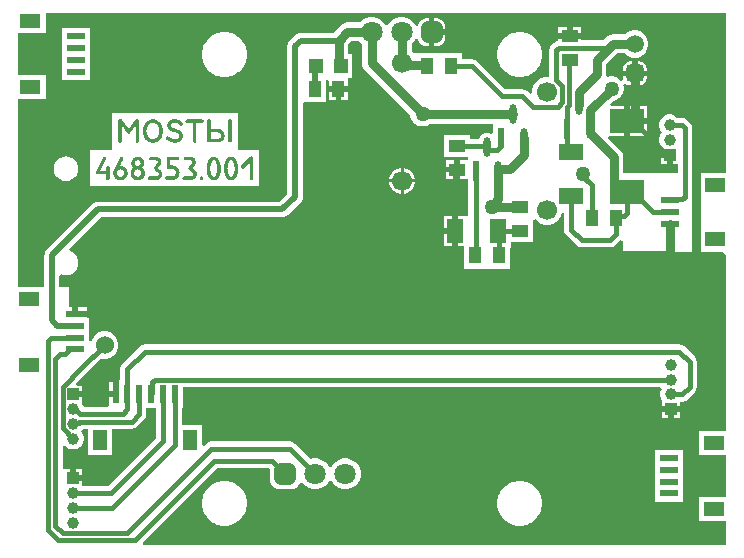
<source format=gtl>
G04*
G04 #@! TF.GenerationSoftware,Altium Limited,Altium Designer,24.6.1 (21)*
G04*
G04 Layer_Physical_Order=1*
G04 Layer_Color=255*
%FSLAX44Y44*%
%MOMM*%
G71*
G04*
G04 #@! TF.SameCoordinates,02D314D7-7A63-4881-827D-40A3AF57BF6D*
G04*
G04*
G04 #@! TF.FilePolarity,Positive*
G04*
G01*
G75*
%ADD10C,1.5240*%
%ADD11R,1.1000X1.4500*%
%ADD12R,1.2000X1.2000*%
%ADD13R,3.0000X2.0000*%
%ADD14R,2.0300X1.4000*%
G04:AMPARAMS|DCode=15|XSize=1.6571mm|YSize=0.6121mm|CornerRadius=0.3061mm|HoleSize=0mm|Usage=FLASHONLY|Rotation=90.000|XOffset=0mm|YOffset=0mm|HoleType=Round|Shape=RoundedRectangle|*
%AMROUNDEDRECTD15*
21,1,1.6571,0.0000,0,0,90.0*
21,1,1.0450,0.6121,0,0,90.0*
1,1,0.6121,0.0000,0.5225*
1,1,0.6121,0.0000,-0.5225*
1,1,0.6121,0.0000,-0.5225*
1,1,0.6121,0.0000,0.5225*
%
%ADD15ROUNDEDRECTD15*%
%ADD16R,0.6121X1.6571*%
%ADD17R,1.4000X2.0300*%
%ADD18R,1.4500X1.1000*%
%ADD19R,0.6000X1.5500*%
%ADD20R,1.2000X1.8000*%
%ADD21R,1.5500X0.6000*%
%ADD22R,1.8000X1.2000*%
%ADD23C,0.5000*%
%ADD24C,0.8000*%
%ADD25C,0.4000*%
%ADD26C,1.7000*%
%ADD27C,1.8000*%
G04:AMPARAMS|DCode=28|XSize=1.8mm|YSize=1.8mm|CornerRadius=0.45mm|HoleSize=0mm|Usage=FLASHONLY|Rotation=0.000|XOffset=0mm|YOffset=0mm|HoleType=Round|Shape=RoundedRectangle|*
%AMROUNDEDRECTD28*
21,1,1.8000,0.9000,0,0,0.0*
21,1,0.9000,1.8000,0,0,0.0*
1,1,0.9000,0.4500,-0.4500*
1,1,0.9000,-0.4500,-0.4500*
1,1,0.9000,-0.4500,0.4500*
1,1,0.9000,0.4500,0.4500*
%
%ADD28ROUNDEDRECTD28*%
%ADD29C,1.5000*%
G04:AMPARAMS|DCode=30|XSize=1.5mm|YSize=1.5mm|CornerRadius=0.375mm|HoleSize=0mm|Usage=FLASHONLY|Rotation=270.000|XOffset=0mm|YOffset=0mm|HoleType=Round|Shape=RoundedRectangle|*
%AMROUNDEDRECTD30*
21,1,1.5000,0.7500,0,0,270.0*
21,1,0.7500,1.5000,0,0,270.0*
1,1,0.7500,-0.3750,-0.3750*
1,1,0.7500,-0.3750,0.3750*
1,1,0.7500,0.3750,0.3750*
1,1,0.7500,0.3750,-0.3750*
%
%ADD30ROUNDEDRECTD30*%
%ADD31C,1.0000*%
%ADD32R,1.0000X1.0000*%
%ADD33C,1.2700*%
G36*
X600064Y314940D02*
X571268D01*
Y352957D01*
X570802Y355298D01*
X569476Y357283D01*
X567133Y359626D01*
X565148Y360952D01*
X562807Y361418D01*
X558570D01*
X557486Y362502D01*
X555434Y363687D01*
X553145Y364300D01*
X550775D01*
X548486Y363687D01*
X546434Y362502D01*
X544758Y360826D01*
X543573Y358774D01*
X542960Y356485D01*
Y354115D01*
X543573Y351826D01*
X544758Y349774D01*
X545482Y349050D01*
X544758Y348326D01*
X543573Y346274D01*
X542960Y343985D01*
Y341615D01*
X543534Y339473D01*
X543573Y339326D01*
X544243Y338166D01*
X544420Y337840D01*
X544420Y337840D01*
X544420D01*
Y332800D01*
X551960D01*
Y330300D01*
X554460D01*
Y322760D01*
X559033D01*
Y314940D01*
X512689D01*
Y328458D01*
X512414Y330547D01*
X511608Y332493D01*
X510326Y334164D01*
X499947Y344542D01*
X500713Y346390D01*
X513120D01*
Y358930D01*
Y371470D01*
X502335D01*
X501569Y373318D01*
X503981Y375730D01*
X504283D01*
X506915Y376435D01*
X509275Y377798D01*
X511202Y379725D01*
X512565Y382085D01*
X513270Y384717D01*
Y387443D01*
X512723Y389483D01*
X513438Y390056D01*
X514520Y390505D01*
X516316Y389305D01*
X518770Y388817D01*
X520020D01*
Y396480D01*
X512357D01*
Y395230D01*
X512645Y393779D01*
X510792Y392845D01*
X509275Y394362D01*
X506915Y395725D01*
X504283Y396430D01*
X501557D01*
X499862Y395976D01*
X499530Y396104D01*
X498166Y397378D01*
X498118Y397482D01*
X498289Y398780D01*
Y406868D01*
X507332Y415911D01*
X514326D01*
X515459Y414778D01*
X518081Y413264D01*
X521006Y412480D01*
X524034D01*
X526959Y413264D01*
X529581Y414778D01*
X531722Y416919D01*
X533236Y419541D01*
X534020Y422466D01*
Y425494D01*
X533236Y428419D01*
X531722Y431041D01*
X529581Y433182D01*
X526959Y434696D01*
X524034Y435480D01*
X521006D01*
X518081Y434696D01*
X515459Y433182D01*
X514326Y432049D01*
X503990D01*
X501902Y431774D01*
X499955Y430968D01*
X498284Y429686D01*
X495586Y426987D01*
X477150D01*
Y427870D01*
X457570D01*
Y426812D01*
X456112Y426522D01*
X454127Y425196D01*
X451784Y422853D01*
X450458Y420868D01*
X449992Y418527D01*
Y396068D01*
X449956Y396040D01*
X446664D01*
X443485Y395188D01*
X440635Y393543D01*
X438307Y391215D01*
X436662Y388365D01*
X435810Y385186D01*
Y382755D01*
X433810Y381926D01*
X431681Y384056D01*
X429696Y385382D01*
X427355Y385848D01*
X412744D01*
X389136Y409456D01*
X387151Y410782D01*
X384810Y411247D01*
X376370D01*
Y416380D01*
X357370D01*
Y416380D01*
X356370D01*
Y416380D01*
X337370D01*
X337370Y416380D01*
X335370Y416038D01*
X333764Y417644D01*
Y424379D01*
X335403Y426018D01*
X336899Y428610D01*
X338273Y428578D01*
X338952Y428342D01*
X339041Y427662D01*
X339751Y425950D01*
X340879Y424479D01*
X342350Y423351D01*
X344062Y422641D01*
X345900Y422399D01*
X347900D01*
Y434000D01*
Y445601D01*
X345900D01*
X344062Y445359D01*
X342350Y444649D01*
X340879Y443521D01*
X339751Y442050D01*
X339041Y440338D01*
X338952Y439658D01*
X338273Y439422D01*
X336899Y439390D01*
X335403Y441982D01*
X332982Y444403D01*
X330018Y446114D01*
X326712Y447000D01*
X323288D01*
X319982Y446114D01*
X317018Y444403D01*
X314597Y441982D01*
X313449Y439994D01*
X311151D01*
X310003Y441982D01*
X307582Y444403D01*
X304618Y446114D01*
X301311Y447000D01*
X297889D01*
X294582Y446114D01*
X291618Y444403D01*
X289454Y442239D01*
X279230D01*
X277142Y441964D01*
X275196Y441158D01*
X273524Y439876D01*
X266925Y433276D01*
X239636D01*
X237939Y433053D01*
X236358Y432398D01*
X235000Y431356D01*
X230314Y426670D01*
X229272Y425312D01*
X228617Y423731D01*
X228394Y422034D01*
Y297356D01*
X221439Y290401D01*
X67945D01*
X66248Y290178D01*
X64667Y289523D01*
X63309Y288481D01*
X24574Y249746D01*
X23532Y248388D01*
X22877Y246807D01*
X22813Y246316D01*
X22412Y245349D01*
X22189Y243652D01*
Y218340D01*
X63D01*
Y377350D01*
X23750D01*
Y397350D01*
X63D01*
Y433290D01*
X23750D01*
Y450064D01*
X600064D01*
Y314940D01*
D02*
G37*
G36*
X289197Y426018D02*
X291531Y423684D01*
Y407790D01*
X291806Y405702D01*
X292612Y403755D01*
X293894Y402084D01*
X332550Y363429D01*
Y363127D01*
X333255Y360495D01*
X334618Y358135D01*
X336545Y356208D01*
X338905Y354845D01*
X341537Y354140D01*
X344263D01*
X346895Y354845D01*
X349255Y356208D01*
X349391Y356344D01*
X402539D01*
Y348932D01*
X400539Y348008D01*
X399353Y348499D01*
X397510Y348742D01*
X395667Y348499D01*
X393949Y347788D01*
X392474Y346656D01*
X391343Y345181D01*
X390761Y343778D01*
X383360D01*
Y347160D01*
X360860D01*
Y328160D01*
X380949D01*
Y325700D01*
X374610D01*
Y317660D01*
Y309620D01*
X380949D01*
Y304099D01*
X381642D01*
Y278404D01*
X379760Y278120D01*
Y278120D01*
X372720D01*
Y265430D01*
Y252740D01*
X378010D01*
Y233860D01*
X397010D01*
Y233860D01*
X398010D01*
Y233860D01*
X417010D01*
Y251280D01*
X418020D01*
Y256090D01*
X436700D01*
Y274769D01*
X437425Y275263D01*
X438335Y275697D01*
X438519Y275653D01*
X440635Y273538D01*
X443485Y271892D01*
X446664Y271040D01*
X449956D01*
X453135Y271892D01*
X455985Y273538D01*
X458312Y275865D01*
X459958Y278715D01*
X460513Y280784D01*
X462513Y280521D01*
Y266700D01*
X462978Y264359D01*
X464304Y262374D01*
X473194Y253484D01*
X475179Y252158D01*
X477520Y251693D01*
X501650D01*
X503991Y252158D01*
X505976Y253484D01*
X510146Y257654D01*
X512146Y256826D01*
Y248920D01*
X596900Y247650D01*
X599440Y245110D01*
X599440Y245110D01*
X599440Y245110D01*
X600064Y243359D01*
Y96360D01*
X576960D01*
Y76360D01*
X600064D01*
Y40420D01*
X576960D01*
Y20420D01*
X600064D01*
Y63D01*
X106526Y11D01*
X105760Y1859D01*
X168904Y65002D01*
X212946D01*
X213527Y64422D01*
Y55500D01*
X213819Y53281D01*
X214675Y51213D01*
X216038Y49438D01*
X217813Y48075D01*
X219881Y47219D01*
X222100Y46927D01*
X231100D01*
X233319Y47219D01*
X235387Y48075D01*
X237162Y49438D01*
X238525Y51213D01*
X239038Y52452D01*
X241229Y52656D01*
X241597Y52018D01*
X244018Y49597D01*
X246982Y47886D01*
X250289Y47000D01*
X253711D01*
X257018Y47886D01*
X259982Y49597D01*
X262403Y52018D01*
X263551Y54007D01*
X265849D01*
X266997Y52018D01*
X269418Y49597D01*
X272382Y47886D01*
X275688Y47000D01*
X279111D01*
X282418Y47886D01*
X285382Y49597D01*
X287803Y52018D01*
X289514Y54982D01*
X290400Y58288D01*
Y61712D01*
X289514Y65018D01*
X287803Y67982D01*
X285382Y70403D01*
X282418Y72114D01*
X279111Y73000D01*
X275688D01*
X272382Y72114D01*
X269418Y70403D01*
X266997Y67982D01*
X265849Y65993D01*
X263551D01*
X262403Y67982D01*
X259982Y70403D01*
X257018Y72114D01*
X253711Y73000D01*
X250289D01*
X248209Y72443D01*
X235046Y85606D01*
X233061Y86932D01*
X230720Y87397D01*
X163830D01*
X161489Y86932D01*
X159504Y85606D01*
X157798Y83899D01*
X155950Y84665D01*
Y101620D01*
X139067D01*
Y115620D01*
X139950D01*
Y133632D01*
X543983D01*
X545138Y131632D01*
X544613Y130724D01*
X544000Y128435D01*
Y126065D01*
X544574Y123923D01*
X544613Y123776D01*
X545283Y122616D01*
X545460Y122290D01*
X545460Y122290D01*
X545460D01*
Y117250D01*
X553000D01*
X560540D01*
Y121132D01*
X562860D01*
X565201Y121598D01*
X567186Y122924D01*
X573286Y129024D01*
X574612Y131009D01*
X575078Y133350D01*
Y154940D01*
X574612Y157281D01*
X573286Y159266D01*
X564663Y167888D01*
X562679Y169214D01*
X560338Y169680D01*
X107682D01*
X105341Y169214D01*
X103357Y167888D01*
X88624Y153156D01*
X87298Y151171D01*
X86833Y148830D01*
Y139120D01*
X85950D01*
Y137660D01*
X85450D01*
Y127370D01*
X82950D01*
Y124870D01*
X77410D01*
Y117080D01*
X75585Y116658D01*
X55806D01*
X55426Y118077D01*
X55387Y118224D01*
X54717Y119384D01*
X54540Y119710D01*
X54540Y119710D01*
X54540D01*
Y124750D01*
X47000D01*
Y129750D01*
X54540D01*
Y134790D01*
X50148D01*
X49382Y136638D01*
X58242Y145498D01*
X70808Y157644D01*
X72130Y157290D01*
X75190D01*
X78145Y158082D01*
X80795Y159612D01*
X82958Y161775D01*
X84488Y164425D01*
X85280Y167380D01*
Y170440D01*
X84488Y173395D01*
X82958Y176045D01*
X80795Y178208D01*
X78145Y179738D01*
X75190Y180530D01*
X72130D01*
X69175Y179738D01*
X66525Y178208D01*
X64362Y176045D01*
X62832Y173395D01*
X62516Y172216D01*
X60516Y172479D01*
Y178340D01*
Y192340D01*
X59056D01*
Y192840D01*
X48766D01*
Y195340D01*
X46266D01*
Y200880D01*
X43180D01*
Y218440D01*
X43080Y218340D01*
X35301D01*
Y227656D01*
X37301Y228992D01*
X38334Y228564D01*
X41015Y228211D01*
X43696Y228564D01*
X46194Y229599D01*
X48340Y231245D01*
X49986Y233391D01*
X51021Y235889D01*
X51374Y238570D01*
X51021Y241251D01*
X49986Y243749D01*
X48340Y245895D01*
X46194Y247541D01*
X44460Y248259D01*
X43795Y250423D01*
X70661Y277289D01*
X224155D01*
X225852Y277512D01*
X227433Y278167D01*
X228791Y279209D01*
X239586Y290004D01*
X240628Y291362D01*
X241283Y292943D01*
X241506Y294640D01*
Y373084D01*
X242120Y374830D01*
X243506Y374830D01*
X261120D01*
Y393511D01*
X261603Y393679D01*
X263580Y392248D01*
Y388580D01*
X271620D01*
X279660D01*
Y395130D01*
X283390D01*
Y415130D01*
X279849D01*
Y423378D01*
X282572Y426101D01*
X289149D01*
X289197Y426018D01*
D02*
G37*
G36*
X116833Y89924D02*
X76776Y49868D01*
X54540D01*
Y53750D01*
X47000D01*
Y56250D01*
X44500D01*
Y63790D01*
X39460D01*
X38117Y65234D01*
Y83184D01*
X38801Y83608D01*
X40118Y83905D01*
X41474Y82548D01*
X43526Y81363D01*
X45815Y80750D01*
X48185D01*
X50474Y81363D01*
X52526Y82548D01*
X54202Y84224D01*
X55387Y86276D01*
X56000Y88565D01*
Y90935D01*
X55387Y93224D01*
X54202Y95276D01*
X53478Y96000D01*
X54202Y96724D01*
X54952Y98022D01*
X59950D01*
Y75620D01*
X79950D01*
Y98022D01*
X96520D01*
X98861Y98488D01*
X100846Y99814D01*
X107276Y106244D01*
X108602Y108229D01*
X109067Y110570D01*
Y115620D01*
X116833D01*
Y89924D01*
D02*
G37*
%LPC*%
G36*
X354900Y445601D02*
X352900D01*
Y436500D01*
X362001D01*
Y438500D01*
X361759Y440338D01*
X361049Y442050D01*
X359921Y443521D01*
X358450Y444649D01*
X356738Y445359D01*
X354900Y445601D01*
D02*
G37*
G36*
X477150Y438410D02*
X469860D01*
Y432870D01*
X477150D01*
Y438410D01*
D02*
G37*
G36*
X464860D02*
X457570D01*
Y432870D01*
X464860D01*
Y438410D01*
D02*
G37*
G36*
X362001Y431500D02*
X352900D01*
Y422399D01*
X354900D01*
X356738Y422641D01*
X358450Y423351D01*
X359921Y424479D01*
X361049Y425950D01*
X361759Y427662D01*
X362001Y429500D01*
Y431500D01*
D02*
G37*
G36*
X526270Y409143D02*
X525020D01*
Y401480D01*
X532683D01*
Y402730D01*
X532195Y405184D01*
X530805Y407265D01*
X528724Y408655D01*
X526270Y409143D01*
D02*
G37*
G36*
X520020D02*
X518770D01*
X516316Y408655D01*
X514235Y407265D01*
X512845Y405184D01*
X512357Y402730D01*
Y401480D01*
X520020D01*
Y409143D01*
D02*
G37*
G36*
X426541Y434142D02*
X423586D01*
X423192Y434063D01*
X422790D01*
X419893Y433487D01*
X419521Y433333D01*
X419127Y433255D01*
X416398Y432124D01*
X416064Y431901D01*
X415692Y431747D01*
X413236Y430106D01*
X412952Y429822D01*
X412618Y429599D01*
X410528Y427509D01*
X410305Y427175D01*
X410021Y426891D01*
X408380Y424435D01*
X408226Y424063D01*
X408003Y423729D01*
X406872Y421000D01*
X406794Y420606D01*
X406640Y420234D01*
X406063Y417337D01*
Y416935D01*
X405985Y416541D01*
Y413586D01*
X406063Y413192D01*
Y412790D01*
X406640Y409893D01*
X406794Y409521D01*
X406872Y409127D01*
X408003Y406398D01*
X408226Y406064D01*
X408380Y405692D01*
X410021Y403236D01*
X410305Y402952D01*
X410528Y402618D01*
X412618Y400528D01*
X412952Y400305D01*
X413236Y400021D01*
X415692Y398380D01*
X416064Y398226D01*
X416398Y398003D01*
X419127Y396872D01*
X419521Y396794D01*
X419893Y396640D01*
X422790Y396063D01*
X423192D01*
X423586Y395985D01*
X426541D01*
X426935Y396063D01*
X427337D01*
X430234Y396640D01*
X430606Y396794D01*
X430999Y396872D01*
X433729Y398003D01*
X434063Y398226D01*
X434434Y398380D01*
X436891Y400021D01*
X437175Y400305D01*
X437509Y400528D01*
X439599Y402618D01*
X439822Y402952D01*
X440106Y403236D01*
X441747Y405692D01*
X441901Y406064D01*
X442124Y406398D01*
X443255Y409127D01*
X443333Y409521D01*
X443487Y409893D01*
X444063Y412790D01*
Y413192D01*
X444142Y413586D01*
Y416541D01*
X444063Y416935D01*
Y417337D01*
X443487Y420234D01*
X443333Y420606D01*
X443255Y421000D01*
X442124Y423729D01*
X441901Y424063D01*
X441747Y424435D01*
X440106Y426891D01*
X439822Y427175D01*
X439599Y427509D01*
X437509Y429599D01*
X437175Y429822D01*
X436891Y430106D01*
X434434Y431747D01*
X434063Y431901D01*
X433729Y432124D01*
X430999Y433255D01*
X430606Y433333D01*
X430234Y433487D01*
X427337Y434063D01*
X426935D01*
X426541Y434142D01*
D02*
G37*
G36*
X176541D02*
X173586D01*
X173192Y434063D01*
X172790D01*
X169893Y433487D01*
X169521Y433333D01*
X169127Y433255D01*
X166398Y432124D01*
X166064Y431901D01*
X165693Y431747D01*
X163236Y430106D01*
X162952Y429822D01*
X162618Y429599D01*
X160528Y427509D01*
X160305Y427175D01*
X160021Y426891D01*
X158380Y424435D01*
X158226Y424063D01*
X158003Y423729D01*
X156872Y421000D01*
X156794Y420606D01*
X156640Y420234D01*
X156063Y417337D01*
Y416935D01*
X155985Y416541D01*
Y413586D01*
X156063Y413192D01*
Y412790D01*
X156640Y409893D01*
X156794Y409521D01*
X156872Y409127D01*
X158003Y406398D01*
X158226Y406064D01*
X158380Y405692D01*
X160021Y403236D01*
X160305Y402952D01*
X160528Y402618D01*
X162618Y400528D01*
X162952Y400305D01*
X163236Y400021D01*
X165693Y398380D01*
X166064Y398226D01*
X166398Y398003D01*
X169127Y396872D01*
X169521Y396794D01*
X169893Y396640D01*
X172791Y396063D01*
X173192D01*
X173586Y395985D01*
X176541D01*
X176935Y396063D01*
X177337D01*
X180235Y396640D01*
X180606Y396794D01*
X181000Y396872D01*
X183729Y398003D01*
X184063Y398226D01*
X184435Y398380D01*
X186891Y400021D01*
X187175Y400305D01*
X187509Y400528D01*
X189599Y402618D01*
X189822Y402952D01*
X190106Y403236D01*
X191747Y405692D01*
X191901Y406064D01*
X192124Y406398D01*
X193255Y409127D01*
X193333Y409521D01*
X193487Y409893D01*
X194063Y412790D01*
Y413192D01*
X194142Y413586D01*
Y416541D01*
X194063Y416935D01*
Y417337D01*
X193487Y420234D01*
X193333Y420606D01*
X193255Y421000D01*
X192124Y423729D01*
X191901Y424063D01*
X191747Y424435D01*
X190106Y426891D01*
X189822Y427175D01*
X189599Y427509D01*
X187509Y429599D01*
X187175Y429822D01*
X186891Y430106D01*
X184435Y431747D01*
X184063Y431901D01*
X183729Y432124D01*
X181000Y433255D01*
X180606Y433333D01*
X180235Y433487D01*
X177337Y434063D01*
X176935D01*
X176541Y434142D01*
D02*
G37*
G36*
X61250Y437290D02*
X37750D01*
Y423290D01*
Y413290D01*
Y403290D01*
Y393290D01*
X61250D01*
Y403290D01*
Y413290D01*
Y423290D01*
Y437290D01*
D02*
G37*
G36*
X532683Y396480D02*
X525020D01*
Y388817D01*
X526270D01*
X528724Y389305D01*
X530805Y390695D01*
X532195Y392776D01*
X532683Y395230D01*
Y396480D01*
D02*
G37*
G36*
X533160Y371470D02*
X518120D01*
Y361430D01*
X533160D01*
Y371470D01*
D02*
G37*
G36*
Y356430D02*
X518120D01*
Y346390D01*
X533160D01*
Y356430D01*
D02*
G37*
G36*
X549460Y327800D02*
X544420D01*
Y322760D01*
X549460D01*
Y327800D01*
D02*
G37*
G36*
X41015Y328729D02*
X38334Y328376D01*
X35836Y327341D01*
X33690Y325695D01*
X32044Y323549D01*
X31009Y321051D01*
X30656Y318370D01*
X31009Y315689D01*
X32044Y313191D01*
X33690Y311045D01*
X35836Y309399D01*
X38334Y308364D01*
X41015Y308011D01*
X43696Y308364D01*
X46194Y309399D01*
X48340Y311045D01*
X49986Y313191D01*
X51021Y315689D01*
X51374Y318370D01*
X51021Y321051D01*
X49986Y323549D01*
X48340Y325695D01*
X46194Y327341D01*
X43696Y328376D01*
X41015Y328729D01*
D02*
G37*
G36*
X186231Y365599D02*
X80090D01*
Y335793D01*
X80090Y335360D01*
X79044Y333793D01*
X61040D01*
Y303610D01*
X204604D01*
Y333793D01*
X187276D01*
X186231Y335360D01*
X186231Y335793D01*
Y365599D01*
D02*
G37*
%LPD*%
G36*
X133479Y360321D02*
X133674D01*
X133868Y360293D01*
X134090Y360266D01*
X134368Y360210D01*
X134951Y360071D01*
X135645Y359849D01*
X136422Y359571D01*
X137255Y359183D01*
X137283Y359155D01*
X137366Y359127D01*
X137505Y359044D01*
X137672Y358933D01*
X137866Y358822D01*
X138088Y358655D01*
X138560Y358294D01*
X139032Y357850D01*
X139254Y357628D01*
X139448Y357351D01*
X139615Y357073D01*
X139754Y356795D01*
X139837Y356518D01*
X139865Y356212D01*
Y356185D01*
Y356101D01*
X139837Y355990D01*
X139809Y355851D01*
X139754Y355685D01*
X139643Y355490D01*
X139532Y355324D01*
X139365Y355130D01*
X139337Y355102D01*
X139282Y355074D01*
X139171Y354991D01*
X139060Y354907D01*
X138893Y354824D01*
X138699Y354769D01*
X138504Y354713D01*
X138282Y354685D01*
X138199D01*
X138088Y354713D01*
X137949Y354769D01*
X137755Y354852D01*
X137561Y354963D01*
X137338Y355130D01*
X137089Y355352D01*
X137061Y355379D01*
X136950Y355490D01*
X136783Y355657D01*
X136561Y355851D01*
X136311Y356073D01*
X136034Y356268D01*
X135756Y356462D01*
X135478Y356629D01*
X135451D01*
X135423Y356656D01*
X135340Y356684D01*
X135229Y356740D01*
X135090Y356795D01*
X134923Y356851D01*
X134535Y356962D01*
X134007Y357073D01*
X133424Y357184D01*
X132730Y357267D01*
X131953Y357295D01*
X131814D01*
X131619Y357267D01*
X131425Y357212D01*
X131175Y357128D01*
X130925Y357017D01*
X130675Y356879D01*
X130426Y356656D01*
X130398Y356629D01*
X130342Y356545D01*
X130231Y356407D01*
X130120Y356240D01*
X130009Y356018D01*
X129898Y355768D01*
X129843Y355490D01*
X129815Y355157D01*
Y355130D01*
Y355102D01*
X129843Y355018D01*
X129870Y354907D01*
X129954Y354602D01*
X130037Y354435D01*
X130148Y354241D01*
X130287Y354047D01*
X130453Y353852D01*
X130675Y353658D01*
X130925Y353436D01*
X131203Y353242D01*
X131564Y353020D01*
X131953Y352825D01*
X132425Y352659D01*
X132480Y352631D01*
X132619Y352603D01*
X132841Y352520D01*
X133146Y352409D01*
X133479Y352298D01*
X133868Y352159D01*
X134285Y351992D01*
X134729Y351854D01*
X135589Y351520D01*
X135978Y351382D01*
X136367Y351243D01*
X136700Y351132D01*
X136950Y351021D01*
X137144Y350937D01*
X137255Y350882D01*
X137283Y350854D01*
X137366Y350826D01*
X137505Y350715D01*
X137672Y350604D01*
X137866Y350438D01*
X138088Y350271D01*
X138310Y350049D01*
X138560Y349771D01*
X138810Y349494D01*
X139032Y349161D01*
X139254Y348800D01*
X139448Y348383D01*
X139615Y347967D01*
X139754Y347495D01*
X139837Y346967D01*
X139865Y346440D01*
Y346412D01*
Y346329D01*
Y346190D01*
X139837Y345996D01*
X139809Y345774D01*
X139754Y345496D01*
X139698Y345191D01*
X139615Y344885D01*
X139504Y344524D01*
X139365Y344163D01*
X139199Y343802D01*
X139004Y343442D01*
X138782Y343053D01*
X138504Y342692D01*
X138199Y342331D01*
X137838Y341998D01*
X137810Y341970D01*
X137755Y341915D01*
X137644Y341859D01*
X137505Y341748D01*
X137311Y341609D01*
X137089Y341470D01*
X136839Y341332D01*
X136533Y341193D01*
X136200Y341026D01*
X135867Y340887D01*
X135478Y340749D01*
X135062Y340610D01*
X134618Y340499D01*
X134174Y340443D01*
X133674Y340388D01*
X133174Y340360D01*
X132980D01*
X132841Y340388D01*
X132647D01*
X132425Y340415D01*
X132175Y340443D01*
X131897Y340499D01*
X131564Y340554D01*
X131231Y340610D01*
X130453Y340804D01*
X129565Y341054D01*
X128621Y341415D01*
X128593Y341443D01*
X128482Y341470D01*
X128343Y341554D01*
X128121Y341637D01*
X127899Y341748D01*
X127622Y341887D01*
X127039Y342248D01*
X126456Y342636D01*
X126178Y342886D01*
X125956Y343136D01*
X125762Y343386D01*
X125595Y343664D01*
X125484Y343941D01*
X125456Y344219D01*
Y344247D01*
Y344330D01*
X125484Y344441D01*
X125512Y344608D01*
X125567Y344774D01*
X125651Y344968D01*
X125762Y345135D01*
X125928Y345329D01*
X125956Y345357D01*
X126011Y345413D01*
X126123Y345468D01*
X126234Y345579D01*
X126400Y345663D01*
X126594Y345718D01*
X126789Y345774D01*
X127011Y345801D01*
X127066D01*
X127177Y345774D01*
X127289Y345718D01*
X127455Y345663D01*
X127677Y345551D01*
X127955Y345385D01*
X128260Y345191D01*
X128288D01*
X128316Y345163D01*
X128455Y345052D01*
X128677Y344913D01*
X128982Y344746D01*
X129287Y344552D01*
X129621Y344358D01*
X129954Y344163D01*
X130259Y344025D01*
X130287D01*
X130315Y343997D01*
X130398Y343969D01*
X130509Y343914D01*
X130787Y343830D01*
X131147Y343719D01*
X131592Y343580D01*
X132091Y343497D01*
X132619Y343414D01*
X133174Y343386D01*
X133424D01*
X133674Y343414D01*
X134035Y343469D01*
X134423Y343580D01*
X134840Y343691D01*
X135256Y343886D01*
X135645Y344136D01*
X135673D01*
X135701Y344163D01*
X135839Y344274D01*
X136034Y344469D01*
X136256Y344719D01*
X136450Y345052D01*
X136644Y345413D01*
X136783Y345857D01*
X136839Y346079D01*
Y346329D01*
Y346357D01*
Y346412D01*
X136811Y346495D01*
Y346606D01*
X136700Y346912D01*
X136617Y347079D01*
X136506Y347273D01*
X136367Y347495D01*
X136200Y347689D01*
X135978Y347911D01*
X135728Y348133D01*
X135423Y348355D01*
X135062Y348550D01*
X134673Y348744D01*
X134201Y348938D01*
X134146Y348966D01*
X134007Y349022D01*
X133757Y349105D01*
X133479Y349188D01*
X133119Y349327D01*
X132702Y349466D01*
X132286Y349633D01*
X131841Y349771D01*
X130953Y350104D01*
X130564Y350243D01*
X130176Y350382D01*
X129870Y350493D01*
X129621Y350577D01*
X129454Y350660D01*
X129371Y350687D01*
X129343Y350715D01*
X129260Y350771D01*
X129121Y350854D01*
X128954Y350965D01*
X128760Y351132D01*
X128538Y351298D01*
X128316Y351520D01*
X128066Y351798D01*
X127816Y352076D01*
X127594Y352409D01*
X127372Y352770D01*
X127177Y353158D01*
X127011Y353603D01*
X126872Y354075D01*
X126789Y354574D01*
X126761Y355102D01*
Y355130D01*
Y355157D01*
Y355324D01*
X126817Y355574D01*
X126872Y355935D01*
X126955Y356323D01*
X127094Y356768D01*
X127289Y357239D01*
X127566Y357739D01*
X127899Y358211D01*
X128316Y358683D01*
X128843Y359127D01*
X129149Y359349D01*
X129454Y359544D01*
X129815Y359710D01*
X130204Y359877D01*
X130620Y360016D01*
X131064Y360127D01*
X131536Y360210D01*
X132036Y360293D01*
X132591Y360321D01*
X133174Y360349D01*
X133369D01*
X133479Y360321D01*
D02*
G37*
G36*
X101608D02*
X101747Y360293D01*
X101914Y360238D01*
X102080Y360154D01*
X102275Y360043D01*
X102441Y359905D01*
X102469Y359877D01*
X102525Y359821D01*
X102580Y359738D01*
X102691Y359599D01*
X102774Y359433D01*
X102830Y359266D01*
X102886Y359044D01*
X102913Y358822D01*
Y341859D01*
Y341831D01*
Y341748D01*
X102886Y341609D01*
X102858Y341470D01*
X102802Y341276D01*
X102691Y341082D01*
X102580Y340887D01*
X102414Y340721D01*
X102386Y340693D01*
X102330Y340665D01*
X102247Y340610D01*
X102108Y340554D01*
X101803Y340415D01*
X101608Y340388D01*
X101386Y340360D01*
X101303D01*
X101192Y340388D01*
X101053Y340415D01*
X100720Y340527D01*
X100526Y340610D01*
X100359Y340721D01*
X100331Y340749D01*
X100276Y340804D01*
X100193Y340887D01*
X100109Y341026D01*
X100026Y341193D01*
X99943Y341387D01*
X99887Y341609D01*
X99860Y341859D01*
Y354991D01*
X95251Y348661D01*
X95223Y348633D01*
X95168Y348550D01*
X95057Y348467D01*
X94918Y348355D01*
X94751Y348217D01*
X94529Y348133D01*
X94279Y348050D01*
X94002Y348022D01*
X93863D01*
X93724Y348050D01*
X93558Y348106D01*
X93363Y348189D01*
X93169Y348300D01*
X92975Y348439D01*
X92780Y348661D01*
X88144Y354963D01*
Y341859D01*
Y341831D01*
Y341748D01*
X88116Y341609D01*
X88088Y341470D01*
X88033Y341276D01*
X87922Y341082D01*
X87811Y340887D01*
X87644Y340721D01*
X87616Y340693D01*
X87561Y340665D01*
X87478Y340610D01*
X87339Y340554D01*
X87033Y340415D01*
X86839Y340388D01*
X86617Y340360D01*
X86534D01*
X86423Y340388D01*
X86284Y340415D01*
X85951Y340527D01*
X85784Y340610D01*
X85618Y340721D01*
X85590Y340749D01*
X85534Y340804D01*
X85451Y340887D01*
X85368Y341026D01*
X85257Y341193D01*
X85173Y341387D01*
X85118Y341609D01*
X85090Y341859D01*
Y358822D01*
Y358850D01*
Y358933D01*
X85118Y359044D01*
X85146Y359183D01*
X85201Y359349D01*
X85284Y359516D01*
X85395Y359710D01*
X85534Y359877D01*
X85562Y359905D01*
X85618Y359960D01*
X85729Y360016D01*
X85840Y360127D01*
X86006Y360210D01*
X86201Y360266D01*
X86395Y360321D01*
X86617Y360349D01*
X87339D01*
X87478Y360321D01*
X87644Y360266D01*
X87838Y360210D01*
X88061Y360099D01*
X88255Y359932D01*
X88449Y359738D01*
X94002Y352159D01*
X99526Y359738D01*
X99554Y359766D01*
X99610Y359821D01*
X99721Y359932D01*
X99860Y360043D01*
X100026Y360154D01*
X100248Y360266D01*
X100498Y360321D01*
X100776Y360349D01*
X101497D01*
X101608Y360321D01*
D02*
G37*
G36*
X179926Y360571D02*
X180092Y360543D01*
X180259Y360488D01*
X180453Y360432D01*
X180620Y360321D01*
X180786Y360182D01*
X180814Y360154D01*
X180870Y360099D01*
X180925Y360016D01*
X181008Y359877D01*
X181092Y359738D01*
X181175Y359544D01*
X181203Y359322D01*
X181231Y359072D01*
Y342109D01*
Y342081D01*
Y341998D01*
X181203Y341887D01*
X181175Y341720D01*
X181119Y341554D01*
X181036Y341359D01*
X180925Y341165D01*
X180786Y340998D01*
X180758Y340971D01*
X180703Y340943D01*
X180620Y340860D01*
X180509Y340804D01*
X180342Y340721D01*
X180148Y340638D01*
X179953Y340610D01*
X179704Y340582D01*
X179648D01*
X179454Y340610D01*
X179232Y340665D01*
X178954Y340776D01*
X178649Y340943D01*
X178426Y341221D01*
X178316Y341415D01*
X178232Y341609D01*
X178204Y341831D01*
X178177Y342109D01*
Y359072D01*
Y359100D01*
Y359127D01*
X178204Y359322D01*
X178260Y359544D01*
X178371Y359849D01*
X178538Y360127D01*
X178815Y360349D01*
X179009Y360460D01*
X179204Y360543D01*
X179426Y360571D01*
X179704Y360599D01*
X179815D01*
X179926Y360571D01*
D02*
G37*
G36*
X162213Y360321D02*
X162380Y360293D01*
X162547Y360238D01*
X162741Y360154D01*
X162907Y360043D01*
X163074Y359905D01*
X163102Y359877D01*
X163157Y359821D01*
X163213Y359738D01*
X163296Y359627D01*
X163379Y359460D01*
X163463Y359266D01*
X163491Y359072D01*
X163518Y358822D01*
Y352159D01*
X169654D01*
X169820Y352131D01*
X170042Y352103D01*
X170264Y352076D01*
X170542Y352020D01*
X170847Y351937D01*
X171486Y351743D01*
X171819Y351604D01*
X172152Y351437D01*
X172513Y351243D01*
X172846Y351021D01*
X173179Y350771D01*
X173513Y350465D01*
X173540Y350438D01*
X173596Y350382D01*
X173679Y350299D01*
X173790Y350160D01*
X173901Y349994D01*
X174040Y349799D01*
X174207Y349577D01*
X174373Y349327D01*
X174512Y349050D01*
X174679Y348716D01*
X174956Y348022D01*
X175040Y347662D01*
X175123Y347245D01*
X175178Y346829D01*
X175206Y346384D01*
Y346357D01*
Y346273D01*
Y346162D01*
X175178Y345968D01*
X175151Y345774D01*
X175123Y345524D01*
X175067Y345274D01*
X174984Y344968D01*
X174790Y344330D01*
X174651Y343969D01*
X174484Y343636D01*
X174290Y343275D01*
X174068Y342942D01*
X173818Y342609D01*
X173513Y342276D01*
X173485Y342248D01*
X173429Y342192D01*
X173346Y342109D01*
X173207Y342026D01*
X173041Y341887D01*
X172846Y341748D01*
X172624Y341581D01*
X172374Y341443D01*
X172097Y341276D01*
X171764Y341110D01*
X171070Y340860D01*
X170709Y340749D01*
X170292Y340665D01*
X169876Y340610D01*
X169432Y340582D01*
X161880D01*
X161769Y340610D01*
X161630Y340638D01*
X161464Y340693D01*
X161269Y340776D01*
X161103Y340887D01*
X160909Y341026D01*
X160881Y341054D01*
X160853Y341110D01*
X160770Y341221D01*
X160686Y341332D01*
X160603Y341498D01*
X160548Y341693D01*
X160492Y341887D01*
X160464Y342109D01*
Y358822D01*
Y358850D01*
Y358933D01*
X160492Y359044D01*
X160520Y359211D01*
X160575Y359377D01*
X160631Y359571D01*
X160742Y359738D01*
X160881Y359905D01*
X160909Y359932D01*
X160964Y359988D01*
X161047Y360043D01*
X161186Y360127D01*
X161353Y360210D01*
X161547Y360293D01*
X161741Y360321D01*
X161991Y360349D01*
X162102D01*
X162213Y360321D01*
D02*
G37*
G36*
X156356Y360071D02*
X156605Y360016D01*
X156911Y359905D01*
X157188Y359738D01*
X157438Y359460D01*
X157549Y359294D01*
X157633Y359072D01*
X157660Y358850D01*
X157688Y358572D01*
Y358544D01*
Y358517D01*
X157660Y358350D01*
X157605Y358100D01*
X157494Y357822D01*
X157299Y357545D01*
X157188Y357434D01*
X157022Y357295D01*
X156827Y357212D01*
X156633Y357128D01*
X156383Y357101D01*
X156106Y357073D01*
X151331D01*
Y341859D01*
Y341831D01*
Y341804D01*
X151303Y341637D01*
X151247Y341387D01*
X151136Y341110D01*
X150970Y340832D01*
X150692Y340582D01*
X150526Y340499D01*
X150331Y340415D01*
X150109Y340388D01*
X149831Y340360D01*
X149776D01*
X149582Y340388D01*
X149332Y340443D01*
X149054Y340554D01*
X148777Y340721D01*
X148527Y340998D01*
X148416Y341165D01*
X148332Y341359D01*
X148305Y341609D01*
X148277Y341859D01*
Y357073D01*
X143474D01*
X143280Y357101D01*
X143057Y357156D01*
X142780Y357267D01*
X142474Y357434D01*
X142252Y357711D01*
X142141Y357878D01*
X142058Y358072D01*
X142030Y358322D01*
X142002Y358572D01*
Y358600D01*
Y358628D01*
X142030Y358822D01*
X142086Y359044D01*
X142197Y359349D01*
X142363Y359627D01*
X142641Y359849D01*
X142835Y359960D01*
X143030Y360043D01*
X143252Y360071D01*
X143529Y360099D01*
X156244D01*
X156356Y360071D01*
D02*
G37*
G36*
X114851Y360321D02*
X115129Y360293D01*
X115434Y360266D01*
X115795Y360182D01*
X116211Y360071D01*
X116683Y359960D01*
X117155Y359794D01*
X117655Y359571D01*
X118182Y359322D01*
X118710Y359016D01*
X119237Y358628D01*
X119765Y358211D01*
X120265Y357711D01*
X120737Y357156D01*
X120764Y357128D01*
X120848Y357017D01*
X120959Y356851D01*
X121098Y356629D01*
X121264Y356351D01*
X121459Y356018D01*
X121681Y355629D01*
X121903Y355213D01*
X122097Y354713D01*
X122319Y354213D01*
X122513Y353630D01*
X122680Y353047D01*
X122819Y352409D01*
X122930Y351743D01*
X123013Y351076D01*
X123041Y350354D01*
Y350299D01*
Y350188D01*
X123013Y349966D01*
Y349716D01*
X122958Y349383D01*
X122930Y348966D01*
X122847Y348550D01*
X122763Y348050D01*
X122625Y347550D01*
X122486Y346995D01*
X122291Y346440D01*
X122069Y345857D01*
X121819Y345246D01*
X121486Y344663D01*
X121153Y344080D01*
X120737Y343525D01*
X120709Y343497D01*
X120626Y343386D01*
X120487Y343247D01*
X120293Y343025D01*
X120043Y342803D01*
X119737Y342525D01*
X119404Y342248D01*
X119015Y341942D01*
X118599Y341637D01*
X118127Y341359D01*
X117599Y341082D01*
X117044Y340860D01*
X116461Y340665D01*
X115823Y340499D01*
X115184Y340388D01*
X114490Y340360D01*
X114324D01*
X114129Y340388D01*
X113879Y340415D01*
X113546Y340471D01*
X113185Y340527D01*
X112769Y340638D01*
X112297Y340749D01*
X111825Y340915D01*
X111325Y341137D01*
X110798Y341387D01*
X110270Y341693D01*
X109743Y342053D01*
X109243Y342470D01*
X108716Y342970D01*
X108244Y343525D01*
X108216Y343553D01*
X108133Y343664D01*
X108022Y343830D01*
X107883Y344052D01*
X107716Y344330D01*
X107522Y344663D01*
X107300Y345052D01*
X107105Y345496D01*
X106883Y345968D01*
X106661Y346495D01*
X106467Y347051D01*
X106300Y347662D01*
X106161Y348300D01*
X106051Y348966D01*
X105967Y349633D01*
X105939Y350354D01*
Y350410D01*
Y350521D01*
X105967Y350743D01*
Y350993D01*
X106023Y351354D01*
X106051Y351743D01*
X106134Y352159D01*
X106217Y352659D01*
X106356Y353158D01*
X106495Y353714D01*
X106689Y354269D01*
X106911Y354852D01*
X107189Y355435D01*
X107494Y356018D01*
X107827Y356601D01*
X108244Y357156D01*
X108271Y357184D01*
X108355Y357295D01*
X108493Y357462D01*
X108688Y357656D01*
X108938Y357906D01*
X109243Y358156D01*
X109576Y358461D01*
X109965Y358766D01*
X110381Y359044D01*
X110881Y359349D01*
X111381Y359599D01*
X111936Y359849D01*
X112519Y360043D01*
X113158Y360210D01*
X113796Y360321D01*
X114490Y360349D01*
X114657D01*
X114851Y360321D01*
D02*
G37*
G36*
X146883Y328321D02*
X147050D01*
X147244Y328293D01*
X147689Y328182D01*
X148188Y328044D01*
X148716Y327794D01*
X149243Y327488D01*
X149493Y327266D01*
X149743Y327044D01*
X149771Y327016D01*
X149799Y326989D01*
X149937Y326822D01*
X150132Y326544D01*
X150354Y326184D01*
X150548Y325739D01*
X150743Y325240D01*
X150881Y324657D01*
X150937Y324351D01*
Y324018D01*
Y323990D01*
Y323963D01*
Y323879D01*
Y323768D01*
X150881Y323490D01*
X150826Y323130D01*
X150715Y322713D01*
X150548Y322269D01*
X150298Y321825D01*
X149993Y321353D01*
X148216Y319076D01*
X150021Y317466D01*
X150048Y317438D01*
X150104Y317411D01*
X150187Y317327D01*
X150271Y317216D01*
X150409Y317050D01*
X150548Y316883D01*
X150854Y316467D01*
X151159Y315939D01*
X151437Y315301D01*
X151520Y314967D01*
X151603Y314607D01*
X151659Y314218D01*
X151686Y313829D01*
Y313801D01*
Y313746D01*
Y313635D01*
X151659Y313496D01*
Y313330D01*
X151631Y313135D01*
X151520Y312663D01*
X151353Y312108D01*
X151131Y311525D01*
X150798Y310942D01*
X150576Y310664D01*
X150354Y310387D01*
X150326Y310359D01*
X150298Y310331D01*
X150215Y310248D01*
X150104Y310137D01*
X149965Y310026D01*
X149771Y309887D01*
X149354Y309609D01*
X148827Y309332D01*
X148216Y309082D01*
X147522Y308888D01*
X147133Y308860D01*
X146745Y308832D01*
X140942D01*
X140748Y308860D01*
X140526Y308915D01*
X140248Y309026D01*
X139943Y309193D01*
X139721Y309471D01*
X139610Y309665D01*
X139527Y309859D01*
X139499Y310081D01*
X139471Y310359D01*
Y310387D01*
Y310415D01*
X139499Y310609D01*
X139554Y310831D01*
X139665Y311136D01*
X139832Y311414D01*
X140110Y311636D01*
X140304Y311747D01*
X140498Y311830D01*
X140720Y311858D01*
X140998Y311886D01*
X146883D01*
X147050Y311914D01*
X147217Y311969D01*
X147439Y312025D01*
X147661Y312108D01*
X147883Y312247D01*
X148105Y312441D01*
X148133Y312469D01*
X148188Y312552D01*
X148272Y312663D01*
X148383Y312830D01*
X148466Y313024D01*
X148549Y313274D01*
X148605Y313524D01*
X148632Y313801D01*
Y313829D01*
Y313940D01*
X148605Y314107D01*
X148549Y314301D01*
X148466Y314496D01*
X148355Y314745D01*
X148216Y314967D01*
X147994Y315190D01*
X147966Y315217D01*
X147883Y315273D01*
X147772Y315384D01*
X147605Y315523D01*
X147439Y315689D01*
X147217Y315884D01*
X146772Y316300D01*
X146300Y316717D01*
X145912Y317078D01*
X145717Y317244D01*
X145579Y317355D01*
X145495Y317438D01*
X145440Y317494D01*
X145412Y317522D01*
X145301Y317633D01*
X145190Y317799D01*
X145023Y317994D01*
X144885Y318216D01*
X144746Y318438D01*
X144635Y318688D01*
X144607Y318910D01*
Y318937D01*
Y319021D01*
X144663Y319132D01*
X144718Y319326D01*
X144801Y319520D01*
X144940Y319798D01*
X145134Y320104D01*
X145384Y320465D01*
Y320492D01*
X145440Y320520D01*
X145495Y320603D01*
X145579Y320714D01*
X145801Y320964D01*
X146078Y321325D01*
X146412Y321741D01*
X146800Y322214D01*
X147189Y322713D01*
X147605Y323241D01*
Y323268D01*
X147661Y323296D01*
X147744Y323463D01*
X147827Y323713D01*
X147883Y324018D01*
Y324046D01*
Y324101D01*
X147855Y324212D01*
X147827Y324323D01*
X147716Y324629D01*
X147633Y324795D01*
X147494Y324934D01*
X147466Y324962D01*
X147439Y324990D01*
X147355Y325045D01*
X147244Y325129D01*
X146967Y325267D01*
X146772Y325295D01*
X146578Y325323D01*
X142136D01*
X141970Y325351D01*
X141720Y325406D01*
X141442Y325517D01*
X141165Y325684D01*
X140915Y325961D01*
X140831Y326128D01*
X140748Y326322D01*
X140720Y326572D01*
X140693Y326822D01*
Y326850D01*
Y326878D01*
X140720Y327072D01*
X140776Y327294D01*
X140887Y327599D01*
X141053Y327877D01*
X141331Y328099D01*
X141498Y328210D01*
X141692Y328293D01*
X141942Y328321D01*
X142192Y328349D01*
X146772D01*
X146883Y328321D01*
D02*
G37*
G36*
X135390D02*
X135584Y328293D01*
X135779Y328210D01*
X135945Y328127D01*
X136056Y328044D01*
X136140Y327988D01*
X136195Y327933D01*
X136223Y327905D01*
X136362Y327738D01*
X136473Y327572D01*
X136556Y327377D01*
X136611Y327211D01*
X136639Y327044D01*
X136667Y326933D01*
Y326850D01*
Y326822D01*
X136639Y326600D01*
X136611Y326378D01*
X136528Y326211D01*
X136445Y326045D01*
X136362Y325906D01*
X136306Y325823D01*
X136251Y325767D01*
X136223Y325739D01*
X136056Y325601D01*
X135890Y325489D01*
X135695Y325434D01*
X135529Y325378D01*
X135362Y325351D01*
X135251Y325323D01*
X129116D01*
Y321186D01*
X130892D01*
X131392Y321158D01*
X131836Y321103D01*
X132281Y321020D01*
X132697Y320909D01*
X133086Y320770D01*
X133474Y320631D01*
X133807Y320465D01*
X134113Y320326D01*
X134363Y320159D01*
X134613Y319993D01*
X134807Y319854D01*
X135001Y319715D01*
X135140Y319604D01*
X135223Y319520D01*
X135279Y319465D01*
X135307Y319437D01*
X135612Y319104D01*
X135890Y318743D01*
X136112Y318382D01*
X136306Y317994D01*
X136501Y317633D01*
X136639Y317272D01*
X136834Y316550D01*
X136917Y316245D01*
X136972Y315939D01*
X137000Y315662D01*
X137028Y315439D01*
X137056Y315245D01*
Y315106D01*
Y315023D01*
Y314995D01*
X137028Y314496D01*
X136972Y314051D01*
X136889Y313607D01*
X136778Y313191D01*
X136639Y312802D01*
X136501Y312441D01*
X136334Y312080D01*
X136195Y311803D01*
X136028Y311525D01*
X135862Y311275D01*
X135723Y311081D01*
X135584Y310886D01*
X135473Y310748D01*
X135390Y310664D01*
X135335Y310609D01*
X135307Y310581D01*
X134973Y310276D01*
X134613Y309998D01*
X134252Y309776D01*
X133891Y309582D01*
X133502Y309415D01*
X133141Y309249D01*
X132447Y309054D01*
X132114Y308971D01*
X131836Y308915D01*
X131559Y308888D01*
X131337Y308860D01*
X131142Y308832D01*
X126395D01*
X126145Y308860D01*
X125923Y308888D01*
X125729Y308971D01*
X125562Y309054D01*
X125423Y309110D01*
X125340Y309193D01*
X125285Y309221D01*
X125257Y309249D01*
X125118Y309415D01*
X125007Y309609D01*
X124951Y309804D01*
X124896Y309970D01*
X124868Y310137D01*
X124840Y310248D01*
Y310331D01*
Y310359D01*
X124868Y310609D01*
X124896Y310803D01*
X124979Y310998D01*
X125062Y311164D01*
X125118Y311275D01*
X125201Y311359D01*
X125229Y311414D01*
X125257Y311442D01*
X125423Y311581D01*
X125618Y311692D01*
X125812Y311775D01*
X126006Y311830D01*
X126145Y311858D01*
X126284Y311886D01*
X130892D01*
X131392Y311914D01*
X131836Y312025D01*
X132225Y312164D01*
X132530Y312330D01*
X132808Y312469D01*
X132975Y312608D01*
X133113Y312719D01*
X133141Y312747D01*
X133419Y313080D01*
X133641Y313468D01*
X133780Y313829D01*
X133891Y314190D01*
X133946Y314523D01*
X134002Y314773D01*
Y314940D01*
Y314967D01*
Y314995D01*
X133974Y315495D01*
X133863Y315939D01*
X133724Y316328D01*
X133585Y316661D01*
X133419Y316939D01*
X133280Y317105D01*
X133169Y317244D01*
X133141Y317272D01*
X132808Y317549D01*
X132419Y317771D01*
X132058Y317910D01*
X131698Y318021D01*
X131364Y318077D01*
X131115Y318132D01*
X127589D01*
X127367Y318160D01*
X127172Y318216D01*
X126978Y318271D01*
X126812Y318354D01*
X126700Y318438D01*
X126589Y318521D01*
X126534Y318549D01*
X126506Y318577D01*
X126367Y318771D01*
X126256Y318937D01*
X126173Y319132D01*
X126117Y319271D01*
X126090Y319410D01*
X126062Y319520D01*
Y319604D01*
Y319632D01*
Y326822D01*
X126090Y327044D01*
X126145Y327238D01*
X126201Y327433D01*
X126284Y327572D01*
X126367Y327710D01*
X126451Y327794D01*
X126478Y327849D01*
X126506Y327877D01*
X126700Y328044D01*
X126867Y328155D01*
X127061Y328238D01*
X127228Y328293D01*
X127367Y328321D01*
X127478Y328349D01*
X135140D01*
X135390Y328321D01*
D02*
G37*
G36*
X117622D02*
X117789D01*
X117983Y328293D01*
X118427Y328182D01*
X118927Y328044D01*
X119454Y327794D01*
X119982Y327488D01*
X120232Y327266D01*
X120482Y327044D01*
X120509Y327016D01*
X120537Y326989D01*
X120676Y326822D01*
X120870Y326544D01*
X121092Y326184D01*
X121287Y325739D01*
X121481Y325240D01*
X121620Y324657D01*
X121675Y324351D01*
Y324018D01*
Y323990D01*
Y323963D01*
Y323879D01*
Y323768D01*
X121620Y323490D01*
X121564Y323130D01*
X121453Y322713D01*
X121287Y322269D01*
X121037Y321825D01*
X120731Y321353D01*
X118955Y319076D01*
X120759Y317466D01*
X120787Y317438D01*
X120843Y317411D01*
X120926Y317327D01*
X121009Y317216D01*
X121148Y317050D01*
X121287Y316883D01*
X121592Y316467D01*
X121897Y315939D01*
X122175Y315301D01*
X122259Y314967D01*
X122342Y314607D01*
X122397Y314218D01*
X122425Y313829D01*
Y313801D01*
Y313746D01*
Y313635D01*
X122397Y313496D01*
Y313330D01*
X122369Y313135D01*
X122259Y312663D01*
X122092Y312108D01*
X121870Y311525D01*
X121537Y310942D01*
X121314Y310664D01*
X121092Y310387D01*
X121065Y310359D01*
X121037Y310331D01*
X120954Y310248D01*
X120843Y310137D01*
X120704Y310026D01*
X120509Y309887D01*
X120093Y309609D01*
X119565Y309332D01*
X118955Y309082D01*
X118261Y308888D01*
X117872Y308860D01*
X117483Y308832D01*
X111681D01*
X111487Y308860D01*
X111265Y308915D01*
X110987Y309026D01*
X110682Y309193D01*
X110459Y309471D01*
X110349Y309665D01*
X110265Y309859D01*
X110237Y310081D01*
X110210Y310359D01*
Y310387D01*
Y310415D01*
X110237Y310609D01*
X110293Y310831D01*
X110404Y311136D01*
X110571Y311414D01*
X110848Y311636D01*
X111042Y311747D01*
X111237Y311830D01*
X111459Y311858D01*
X111737Y311886D01*
X117622D01*
X117789Y311914D01*
X117955Y311969D01*
X118177Y312025D01*
X118399Y312108D01*
X118622Y312247D01*
X118844Y312441D01*
X118871Y312469D01*
X118927Y312552D01*
X119010Y312663D01*
X119121Y312830D01*
X119205Y313024D01*
X119288Y313274D01*
X119343Y313524D01*
X119371Y313801D01*
Y313829D01*
Y313940D01*
X119343Y314107D01*
X119288Y314301D01*
X119205Y314496D01*
X119094Y314745D01*
X118955Y314967D01*
X118733Y315190D01*
X118705Y315217D01*
X118622Y315273D01*
X118511Y315384D01*
X118344Y315523D01*
X118177Y315689D01*
X117955Y315884D01*
X117511Y316300D01*
X117039Y316717D01*
X116650Y317078D01*
X116456Y317244D01*
X116317Y317355D01*
X116234Y317438D01*
X116179Y317494D01*
X116151Y317522D01*
X116040Y317633D01*
X115929Y317799D01*
X115762Y317994D01*
X115623Y318216D01*
X115485Y318438D01*
X115373Y318688D01*
X115346Y318910D01*
Y318937D01*
Y319021D01*
X115401Y319132D01*
X115457Y319326D01*
X115540Y319520D01*
X115679Y319798D01*
X115873Y320104D01*
X116123Y320465D01*
Y320492D01*
X116179Y320520D01*
X116234Y320603D01*
X116317Y320714D01*
X116539Y320964D01*
X116817Y321325D01*
X117150Y321741D01*
X117539Y322214D01*
X117928Y322713D01*
X118344Y323241D01*
Y323268D01*
X118399Y323296D01*
X118483Y323463D01*
X118566Y323713D01*
X118622Y324018D01*
Y324046D01*
Y324101D01*
X118594Y324212D01*
X118566Y324323D01*
X118455Y324629D01*
X118372Y324795D01*
X118233Y324934D01*
X118205Y324962D01*
X118177Y324990D01*
X118094Y325045D01*
X117983Y325129D01*
X117705Y325267D01*
X117511Y325295D01*
X117317Y325323D01*
X112875D01*
X112708Y325351D01*
X112458Y325406D01*
X112181Y325517D01*
X111903Y325684D01*
X111653Y325961D01*
X111570Y326128D01*
X111487Y326322D01*
X111459Y326572D01*
X111431Y326822D01*
Y326850D01*
Y326878D01*
X111459Y327072D01*
X111515Y327294D01*
X111625Y327599D01*
X111792Y327877D01*
X112070Y328099D01*
X112236Y328210D01*
X112431Y328293D01*
X112681Y328321D01*
X112930Y328349D01*
X117511D01*
X117622Y328321D01*
D02*
G37*
G36*
X198521Y328765D02*
X198743Y328710D01*
X198965Y328571D01*
X199188Y328377D01*
X199299Y328238D01*
X199410Y328071D01*
X199493Y327877D01*
X199548Y327627D01*
X199604Y327377D01*
Y327072D01*
Y310109D01*
Y310081D01*
Y310054D01*
X199576Y309887D01*
X199521Y309637D01*
X199410Y309360D01*
X199243Y309082D01*
X198965Y308832D01*
X198799Y308749D01*
X198577Y308666D01*
X198355Y308638D01*
X198077Y308610D01*
X198022D01*
X197827Y308638D01*
X197605Y308693D01*
X197327Y308804D01*
X197022Y308971D01*
X196800Y309249D01*
X196689Y309415D01*
X196606Y309609D01*
X196578Y309859D01*
X196550Y310109D01*
Y323574D01*
X191581Y318882D01*
X191553Y318854D01*
X191497Y318827D01*
X191414Y318743D01*
X191275Y318660D01*
X190942Y318521D01*
X190748Y318466D01*
X190526Y318438D01*
X190415D01*
X190304Y318466D01*
X190165Y318493D01*
X189998Y318549D01*
X189804Y318632D01*
X189637Y318743D01*
X189443Y318910D01*
X189415Y318937D01*
X189360Y318993D01*
X189304Y319104D01*
X189221Y319215D01*
X189110Y319382D01*
X189054Y319576D01*
X188999Y319798D01*
X188971Y320020D01*
Y320048D01*
Y320131D01*
X188999Y320242D01*
X189027Y320381D01*
X189082Y320548D01*
X189193Y320742D01*
X189304Y320909D01*
X189471Y321103D01*
X197050Y328182D01*
X197078Y328210D01*
X197161Y328266D01*
X197300Y328377D01*
X197439Y328488D01*
X197633Y328599D01*
X197855Y328710D01*
X198077Y328765D01*
X198327Y328793D01*
X198382D01*
X198521Y328765D01*
D02*
G37*
G36*
X180975Y328571D02*
X181170D01*
X181392Y328516D01*
X181670Y328460D01*
X181975Y328404D01*
X182280Y328293D01*
X182614Y328155D01*
X182974Y327988D01*
X183307Y327794D01*
X183668Y327544D01*
X184002Y327266D01*
X184307Y326933D01*
X184612Y326572D01*
X184890Y326128D01*
X184918Y326100D01*
X184973Y325961D01*
X185057Y325767D01*
X185195Y325517D01*
X185334Y325184D01*
X185501Y324823D01*
X185667Y324379D01*
X185862Y323879D01*
X186028Y323324D01*
X186195Y322741D01*
X186361Y322130D01*
X186500Y321492D01*
X186639Y320798D01*
X186722Y320076D01*
X186778Y319354D01*
X186806Y318604D01*
Y318549D01*
Y318438D01*
Y318216D01*
X186778Y317910D01*
X186750Y317577D01*
X186695Y317161D01*
X186639Y316689D01*
X186556Y316161D01*
X186472Y315606D01*
X186334Y314995D01*
X186195Y314384D01*
X186000Y313746D01*
X185778Y313080D01*
X185529Y312413D01*
X185223Y311747D01*
X184890Y311081D01*
X184862Y311053D01*
X184834Y310970D01*
X184751Y310859D01*
X184640Y310692D01*
X184501Y310498D01*
X184307Y310303D01*
X184113Y310081D01*
X183863Y309859D01*
X183585Y309609D01*
X183280Y309387D01*
X182919Y309193D01*
X182558Y308999D01*
X182141Y308832D01*
X181697Y308721D01*
X181225Y308638D01*
X180698Y308610D01*
X180587D01*
X180420Y308638D01*
X180226D01*
X180004Y308693D01*
X179726Y308749D01*
X179421Y308804D01*
X179115Y308915D01*
X178782Y309054D01*
X178421Y309221D01*
X178088Y309415D01*
X177727Y309665D01*
X177394Y309943D01*
X177089Y310276D01*
X176783Y310637D01*
X176506Y311081D01*
X176478Y311109D01*
X176423Y311247D01*
X176339Y311442D01*
X176200Y311692D01*
X176062Y312025D01*
X175895Y312413D01*
X175728Y312830D01*
X175562Y313330D01*
X175368Y313885D01*
X175201Y314468D01*
X175034Y315079D01*
X174896Y315745D01*
X174757Y316411D01*
X174674Y317133D01*
X174618Y317855D01*
X174590Y318604D01*
Y318660D01*
Y318799D01*
Y318993D01*
X174618Y319298D01*
X174646Y319659D01*
X174701Y320076D01*
X174757Y320548D01*
X174840Y321048D01*
X174923Y321603D01*
X175062Y322214D01*
X175201Y322824D01*
X175395Y323490D01*
X175617Y324129D01*
X175867Y324795D01*
X176173Y325462D01*
X176506Y326128D01*
X176534Y326156D01*
X176561Y326239D01*
X176645Y326350D01*
X176756Y326517D01*
X176922Y326711D01*
X177089Y326905D01*
X177311Y327127D01*
X177533Y327377D01*
X177811Y327599D01*
X178116Y327821D01*
X178477Y328016D01*
X178838Y328210D01*
X179254Y328377D01*
X179698Y328488D01*
X180198Y328571D01*
X180698Y328599D01*
X180837D01*
X180975Y328571D01*
D02*
G37*
G36*
X166345D02*
X166539D01*
X166761Y328516D01*
X167039Y328460D01*
X167344Y328404D01*
X167650Y328293D01*
X167983Y328155D01*
X168344Y327988D01*
X168677Y327794D01*
X169038Y327544D01*
X169371Y327266D01*
X169676Y326933D01*
X169982Y326572D01*
X170259Y326128D01*
X170287Y326100D01*
X170343Y325961D01*
X170426Y325767D01*
X170565Y325517D01*
X170704Y325184D01*
X170870Y324823D01*
X171037Y324379D01*
X171231Y323879D01*
X171397Y323324D01*
X171564Y322741D01*
X171731Y322130D01*
X171870Y321492D01*
X172008Y320798D01*
X172092Y320076D01*
X172147Y319354D01*
X172175Y318604D01*
Y318549D01*
Y318438D01*
Y318216D01*
X172147Y317910D01*
X172119Y317577D01*
X172064Y317161D01*
X172008Y316689D01*
X171925Y316161D01*
X171842Y315606D01*
X171703Y314995D01*
X171564Y314384D01*
X171370Y313746D01*
X171148Y313080D01*
X170898Y312413D01*
X170592Y311747D01*
X170259Y311081D01*
X170231Y311053D01*
X170204Y310970D01*
X170121Y310859D01*
X170009Y310692D01*
X169871Y310498D01*
X169676Y310303D01*
X169482Y310081D01*
X169232Y309859D01*
X168955Y309609D01*
X168649Y309387D01*
X168288Y309193D01*
X167927Y308999D01*
X167511Y308832D01*
X167067Y308721D01*
X166595Y308638D01*
X166067Y308610D01*
X165956D01*
X165790Y308638D01*
X165595D01*
X165373Y308693D01*
X165096Y308749D01*
X164790Y308804D01*
X164485Y308915D01*
X164152Y309054D01*
X163791Y309221D01*
X163458Y309415D01*
X163097Y309665D01*
X162764Y309943D01*
X162458Y310276D01*
X162153Y310637D01*
X161875Y311081D01*
X161847Y311109D01*
X161792Y311247D01*
X161709Y311442D01*
X161570Y311692D01*
X161431Y312025D01*
X161264Y312413D01*
X161098Y312830D01*
X160931Y313330D01*
X160737Y313885D01*
X160570Y314468D01*
X160404Y315079D01*
X160265Y315745D01*
X160126Y316411D01*
X160043Y317133D01*
X159987Y317855D01*
X159959Y318604D01*
Y318660D01*
Y318799D01*
Y318993D01*
X159987Y319298D01*
X160015Y319659D01*
X160071Y320076D01*
X160126Y320548D01*
X160209Y321048D01*
X160293Y321603D01*
X160431Y322214D01*
X160570Y322824D01*
X160765Y323490D01*
X160987Y324129D01*
X161237Y324795D01*
X161542Y325462D01*
X161875Y326128D01*
X161903Y326156D01*
X161931Y326239D01*
X162014Y326350D01*
X162125Y326517D01*
X162292Y326711D01*
X162458Y326905D01*
X162680Y327127D01*
X162902Y327377D01*
X163180Y327599D01*
X163485Y327821D01*
X163846Y328016D01*
X164207Y328210D01*
X164624Y328377D01*
X165068Y328488D01*
X165567Y328571D01*
X166067Y328599D01*
X166206D01*
X166345Y328571D01*
D02*
G37*
G36*
X156045Y311858D02*
X156295Y311803D01*
X156573Y311692D01*
X156850Y311525D01*
X157100Y311247D01*
X157183Y311081D01*
X157267Y310859D01*
X157294Y310637D01*
X157322Y310359D01*
Y310109D01*
Y310081D01*
Y310054D01*
X157294Y309887D01*
X157239Y309637D01*
X157128Y309360D01*
X156961Y309082D01*
X156684Y308832D01*
X156517Y308749D01*
X156323Y308666D01*
X156101Y308638D01*
X155823Y308610D01*
X155767D01*
X155573Y308638D01*
X155351Y308693D01*
X155073Y308804D01*
X154768Y308971D01*
X154546Y309249D01*
X154435Y309415D01*
X154352Y309609D01*
X154324Y309859D01*
X154296Y310109D01*
Y310359D01*
Y310387D01*
Y310415D01*
X154324Y310609D01*
X154379Y310831D01*
X154490Y311136D01*
X154657Y311414D01*
X154935Y311636D01*
X155129Y311747D01*
X155323Y311830D01*
X155545Y311858D01*
X155823Y311886D01*
X155878D01*
X156045Y311858D01*
D02*
G37*
G36*
X102075Y328571D02*
X102270Y328543D01*
X102492Y328516D01*
X103019Y328404D01*
X103602Y328210D01*
X103935Y328071D01*
X104241Y327933D01*
X104574Y327738D01*
X104907Y327516D01*
X105212Y327266D01*
X105518Y326989D01*
X105546Y326961D01*
X105573Y326905D01*
X105657Y326822D01*
X105768Y326711D01*
X105879Y326544D01*
X106018Y326378D01*
X106156Y326156D01*
X106323Y325934D01*
X106601Y325378D01*
X106850Y324712D01*
X106961Y324351D01*
X107045Y323990D01*
X107072Y323602D01*
X107100Y323185D01*
Y323157D01*
Y323074D01*
Y322963D01*
X107072Y322824D01*
X107045Y322630D01*
X107017Y322408D01*
X106906Y321880D01*
X106739Y321270D01*
X106462Y320631D01*
X106295Y320326D01*
X106073Y319993D01*
X105851Y319687D01*
X105573Y319382D01*
X105601Y319354D01*
X105657Y319298D01*
X105768Y319187D01*
X105934Y319049D01*
X106101Y318882D01*
X106267Y318660D01*
X106489Y318410D01*
X106684Y318105D01*
X106878Y317799D01*
X107100Y317438D01*
X107267Y317050D01*
X107461Y316633D01*
X107600Y316189D01*
X107711Y315717D01*
X107767Y315217D01*
X107794Y314690D01*
Y314662D01*
Y314579D01*
Y314440D01*
X107767Y314273D01*
X107739Y314051D01*
X107711Y313801D01*
X107655Y313524D01*
X107572Y313218D01*
X107350Y312525D01*
X107211Y312164D01*
X107045Y311803D01*
X106850Y311442D01*
X106601Y311081D01*
X106323Y310720D01*
X106018Y310387D01*
X105990Y310359D01*
X105934Y310303D01*
X105851Y310220D01*
X105712Y310109D01*
X105518Y309970D01*
X105323Y309832D01*
X105074Y309665D01*
X104824Y309498D01*
X104518Y309332D01*
X104185Y309165D01*
X103463Y308888D01*
X103047Y308777D01*
X102631Y308693D01*
X102186Y308638D01*
X101714Y308610D01*
X101465D01*
X101298Y308638D01*
X101076Y308666D01*
X100826Y308693D01*
X100548Y308749D01*
X100215Y308832D01*
X99549Y309054D01*
X99188Y309193D01*
X98827Y309360D01*
X98466Y309554D01*
X98078Y309804D01*
X97717Y310081D01*
X97383Y310387D01*
X97356Y310415D01*
X97300Y310470D01*
X97217Y310581D01*
X97106Y310692D01*
X96967Y310886D01*
X96800Y311081D01*
X96662Y311331D01*
X96495Y311581D01*
X96301Y311886D01*
X96162Y312219D01*
X95857Y312941D01*
X95746Y313357D01*
X95662Y313774D01*
X95607Y314218D01*
X95579Y314690D01*
Y314718D01*
Y314829D01*
X95607Y314967D01*
Y315162D01*
X95634Y315412D01*
X95690Y315689D01*
X95773Y315995D01*
X95857Y316356D01*
X95968Y316717D01*
X96107Y317105D01*
X96301Y317494D01*
X96495Y317883D01*
X96745Y318271D01*
X97050Y318660D01*
X97383Y319021D01*
X97772Y319382D01*
X97744Y319410D01*
X97717Y319465D01*
X97633Y319548D01*
X97522Y319659D01*
X97411Y319826D01*
X97300Y319993D01*
X97161Y320215D01*
X97023Y320465D01*
X96717Y321020D01*
X96495Y321658D01*
X96301Y322380D01*
X96273Y322769D01*
X96245Y323185D01*
Y323213D01*
Y323296D01*
Y323407D01*
X96273Y323546D01*
X96301Y323740D01*
X96329Y323963D01*
X96440Y324490D01*
X96634Y325101D01*
X96773Y325406D01*
X96912Y325739D01*
X97106Y326045D01*
X97300Y326378D01*
X97550Y326683D01*
X97828Y326989D01*
X97856Y327016D01*
X97911Y327072D01*
X97994Y327127D01*
X98105Y327238D01*
X98272Y327350D01*
X98466Y327488D01*
X98661Y327655D01*
X98910Y327794D01*
X99466Y328099D01*
X100132Y328349D01*
X100493Y328460D01*
X100882Y328543D01*
X101270Y328571D01*
X101687Y328599D01*
X101909D01*
X102075Y328571D01*
D02*
G37*
G36*
X88222Y328599D02*
X88361Y328571D01*
X88527Y328516D01*
X88722Y328432D01*
X88888Y328321D01*
X89083Y328182D01*
X89110Y328155D01*
X89166Y328099D01*
X89249Y328016D01*
X89333Y327877D01*
X89416Y327738D01*
X89499Y327544D01*
X89555Y327350D01*
X89582Y327127D01*
Y327072D01*
X89555Y326933D01*
X89499Y326683D01*
X89388Y326406D01*
Y326378D01*
X89360Y326322D01*
X89305Y326239D01*
X89249Y326072D01*
X89138Y325850D01*
X88999Y325517D01*
X88805Y325129D01*
X88555Y324629D01*
X86640Y320798D01*
X87250D01*
X87445Y320770D01*
X87667D01*
X87917Y320714D01*
X88194Y320659D01*
X88527Y320603D01*
X89194Y320409D01*
X89555Y320270D01*
X89943Y320104D01*
X90304Y319909D01*
X90665Y319659D01*
X91026Y319382D01*
X91359Y319076D01*
X91387Y319049D01*
X91442Y318993D01*
X91526Y318910D01*
X91637Y318771D01*
X91776Y318577D01*
X91942Y318382D01*
X92081Y318132D01*
X92275Y317855D01*
X92442Y317549D01*
X92581Y317216D01*
X92747Y316855D01*
X92886Y316467D01*
X92997Y316078D01*
X93080Y315634D01*
X93136Y315162D01*
X93164Y314690D01*
Y314662D01*
Y314579D01*
Y314440D01*
X93136Y314246D01*
X93108Y314024D01*
X93080Y313774D01*
X93025Y313468D01*
X92942Y313163D01*
X92747Y312469D01*
X92608Y312108D01*
X92414Y311747D01*
X92220Y311386D01*
X91998Y311025D01*
X91720Y310664D01*
X91415Y310331D01*
X91387Y310303D01*
X91331Y310248D01*
X91248Y310165D01*
X91109Y310054D01*
X90943Y309943D01*
X90721Y309776D01*
X90499Y309637D01*
X90221Y309471D01*
X89943Y309304D01*
X89610Y309165D01*
X89249Y308999D01*
X88861Y308888D01*
X88444Y308777D01*
X88028Y308693D01*
X87556Y308638D01*
X87084Y308610D01*
X86834D01*
X86640Y308638D01*
X86418Y308666D01*
X86168Y308693D01*
X85862Y308749D01*
X85557Y308832D01*
X84863Y309026D01*
X84502Y309165D01*
X84113Y309332D01*
X83752Y309526D01*
X83391Y309776D01*
X83031Y310026D01*
X82697Y310331D01*
X82670Y310359D01*
X82614Y310415D01*
X82531Y310498D01*
X82420Y310637D01*
X82281Y310803D01*
X82142Y311025D01*
X81975Y311247D01*
X81837Y311525D01*
X81670Y311830D01*
X81503Y312164D01*
X81365Y312525D01*
X81226Y312885D01*
X81115Y313302D01*
X81032Y313746D01*
X80976Y314218D01*
X80948Y314690D01*
Y314718D01*
Y314745D01*
Y314829D01*
Y314940D01*
X80976Y315217D01*
X81032Y315578D01*
X81115Y315995D01*
X81226Y316439D01*
X81365Y316939D01*
X81587Y317411D01*
X86667Y327738D01*
X86695Y327766D01*
X86751Y327877D01*
X86862Y328016D01*
X87001Y328182D01*
X87167Y328349D01*
X87417Y328488D01*
X87667Y328599D01*
X88000Y328627D01*
X88111D01*
X88222Y328599D01*
D02*
G37*
G36*
X73536D02*
X73675Y328571D01*
X73841Y328516D01*
X74036Y328432D01*
X74202Y328321D01*
X74396Y328182D01*
X74424Y328155D01*
X74480Y328099D01*
X74563Y328016D01*
X74646Y327905D01*
X74730Y327738D01*
X74813Y327572D01*
X74868Y327350D01*
X74896Y327127D01*
Y327100D01*
Y327072D01*
X74868Y326905D01*
X74841Y326683D01*
X74730Y326433D01*
X70038Y316522D01*
X74868D01*
Y318882D01*
Y318910D01*
Y319021D01*
X74896Y319132D01*
X74924Y319326D01*
X74979Y319520D01*
X75063Y319715D01*
X75174Y319909D01*
X75340Y320104D01*
X75368Y320131D01*
X75424Y320159D01*
X75507Y320215D01*
X75646Y320298D01*
X75785Y320381D01*
X75979Y320437D01*
X76173Y320465D01*
X76395Y320492D01*
X76506D01*
X76617Y320465D01*
X76756Y320437D01*
X77089Y320326D01*
X77284Y320242D01*
X77450Y320104D01*
X77478Y320076D01*
X77534Y320020D01*
X77589Y319909D01*
X77700Y319770D01*
X77783Y319604D01*
X77839Y319382D01*
X77895Y319160D01*
X77922Y318882D01*
Y310109D01*
Y310081D01*
Y310054D01*
X77895Y309887D01*
X77839Y309637D01*
X77728Y309360D01*
X77561Y309082D01*
X77284Y308832D01*
X77117Y308749D01*
X76895Y308666D01*
X76673Y308638D01*
X76395Y308610D01*
X76340D01*
X76145Y308638D01*
X75923Y308693D01*
X75646Y308804D01*
X75340Y308971D01*
X75118Y309249D01*
X75007Y309415D01*
X74924Y309609D01*
X74896Y309859D01*
X74868Y310109D01*
Y313468D01*
X67484D01*
X67373Y313496D01*
X67123Y313552D01*
X66845Y313635D01*
X66540Y313801D01*
X66290Y314024D01*
X66179Y314190D01*
X66095Y314357D01*
X66068Y314579D01*
X66040Y314801D01*
Y314829D01*
Y314884D01*
Y314967D01*
X66068Y315079D01*
X66123Y315329D01*
X66234Y315662D01*
X71981Y327738D01*
X72009Y327766D01*
X72064Y327877D01*
X72175Y328016D01*
X72314Y328182D01*
X72481Y328349D01*
X72731Y328488D01*
X72981Y328599D01*
X73314Y328627D01*
X73425D01*
X73536Y328599D01*
D02*
G37*
%LPC*%
G36*
X169432Y349133D02*
X163518D01*
Y343636D01*
X169626D01*
X169848Y343691D01*
X170098Y343747D01*
X170403Y343830D01*
X170736Y343969D01*
X171070Y344163D01*
X171375Y344441D01*
X171403Y344469D01*
X171514Y344580D01*
X171625Y344746D01*
X171791Y344996D01*
X171930Y345274D01*
X172069Y345607D01*
X172152Y345968D01*
X172180Y346384D01*
Y346440D01*
Y346579D01*
X172152Y346773D01*
X172069Y347051D01*
X171986Y347328D01*
X171847Y347662D01*
X171653Y347995D01*
X171375Y348300D01*
X171347Y348328D01*
X171236Y348439D01*
X171070Y348578D01*
X170820Y348716D01*
X170542Y348883D01*
X170209Y348994D01*
X169848Y349105D01*
X169432Y349133D01*
D02*
G37*
G36*
X114490Y357295D02*
X114379D01*
X114240Y357267D01*
X114074D01*
X113879Y357212D01*
X113630Y357184D01*
X113352Y357101D01*
X113047Y357017D01*
X112741Y356879D01*
X112408Y356740D01*
X112075Y356545D01*
X111742Y356323D01*
X111409Y356073D01*
X111075Y355740D01*
X110742Y355407D01*
X110437Y354991D01*
X110409Y354963D01*
X110381Y354907D01*
X110298Y354796D01*
X110215Y354630D01*
X110104Y354435D01*
X109993Y354186D01*
X109854Y353936D01*
X109715Y353630D01*
X109576Y353297D01*
X109437Y352936D01*
X109215Y352159D01*
X109049Y351298D01*
X109021Y350826D01*
X108993Y350354D01*
Y350327D01*
Y350243D01*
Y350104D01*
X109021Y349910D01*
X109049Y349688D01*
X109076Y349438D01*
X109104Y349133D01*
X109188Y348800D01*
X109354Y348078D01*
X109604Y347301D01*
X109771Y346912D01*
X109965Y346495D01*
X110187Y346107D01*
X110437Y345718D01*
X110465Y345690D01*
X110520Y345607D01*
X110604Y345496D01*
X110715Y345357D01*
X110881Y345191D01*
X111075Y344968D01*
X111298Y344774D01*
X111547Y344552D01*
X111825Y344330D01*
X112130Y344136D01*
X112824Y343747D01*
X113213Y343608D01*
X113602Y343497D01*
X114046Y343414D01*
X114490Y343386D01*
X114601D01*
X114740Y343414D01*
X114907D01*
X115101Y343469D01*
X115351Y343497D01*
X115628Y343580D01*
X115906Y343664D01*
X116239Y343802D01*
X116545Y343941D01*
X116878Y344136D01*
X117239Y344358D01*
X117572Y344635D01*
X117905Y344941D01*
X118238Y345274D01*
X118544Y345690D01*
X118571Y345718D01*
X118599Y345774D01*
X118682Y345912D01*
X118765Y346051D01*
X118877Y346246D01*
X118988Y346495D01*
X119127Y346745D01*
X119265Y347051D01*
X119404Y347384D01*
X119543Y347745D01*
X119765Y348550D01*
X119932Y349411D01*
X119959Y349882D01*
X119987Y350354D01*
Y350382D01*
Y350465D01*
Y350604D01*
X119959Y350799D01*
X119932Y351021D01*
X119904Y351270D01*
X119876Y351576D01*
X119820Y351881D01*
X119626Y352603D01*
X119376Y353381D01*
X119210Y353797D01*
X119015Y354186D01*
X118793Y354602D01*
X118544Y354991D01*
X118516Y355018D01*
X118460Y355102D01*
X118377Y355213D01*
X118266Y355352D01*
X118099Y355518D01*
X117905Y355713D01*
X117683Y355935D01*
X117433Y356157D01*
X117155Y356351D01*
X116850Y356573D01*
X116156Y356934D01*
X115767Y357073D01*
X115379Y357184D01*
X114934Y357267D01*
X114490Y357295D01*
D02*
G37*
G36*
X180698Y325545D02*
X180531D01*
X180365Y325489D01*
X180143Y325434D01*
X179893Y325323D01*
X179643Y325184D01*
X179421Y324962D01*
X179199Y324657D01*
X179171Y324629D01*
X179143Y324518D01*
X179060Y324379D01*
X178949Y324157D01*
X178838Y323907D01*
X178699Y323602D01*
X178560Y323241D01*
X178421Y322852D01*
X178283Y322408D01*
X178144Y321936D01*
X178005Y321436D01*
X177894Y320909D01*
X177700Y319798D01*
X177672Y319215D01*
X177644Y318604D01*
Y318577D01*
Y318466D01*
Y318299D01*
X177672Y318049D01*
X177700Y317771D01*
X177727Y317438D01*
X177783Y317050D01*
X177838Y316633D01*
X177922Y316161D01*
X178033Y315689D01*
X178310Y314662D01*
X178477Y314135D01*
X178699Y313607D01*
X178921Y313052D01*
X179199Y312525D01*
X179226Y312497D01*
X179282Y312386D01*
X179421Y312247D01*
X179587Y312080D01*
X179782Y311914D01*
X180032Y311775D01*
X180337Y311664D01*
X180698Y311636D01*
X180753D01*
X180865Y311664D01*
X181059Y311692D01*
X181281Y311747D01*
X181503Y311858D01*
X181753Y312025D01*
X182003Y312219D01*
X182197Y312525D01*
X182225Y312552D01*
X182253Y312663D01*
X182336Y312802D01*
X182447Y313024D01*
X182558Y313274D01*
X182697Y313579D01*
X182836Y313940D01*
X182974Y314357D01*
X183113Y314773D01*
X183252Y315245D01*
X183391Y315745D01*
X183502Y316272D01*
X183696Y317411D01*
X183724Y317994D01*
X183752Y318604D01*
Y318632D01*
Y318743D01*
Y318910D01*
X183724Y319160D01*
X183696Y319437D01*
X183668Y319770D01*
X183613Y320159D01*
X183557Y320575D01*
X183474Y321020D01*
X183363Y321492D01*
X183085Y322519D01*
X182919Y323046D01*
X182724Y323574D01*
X182475Y324129D01*
X182197Y324657D01*
X182169Y324684D01*
X182114Y324795D01*
X181975Y324934D01*
X181836Y325101D01*
X181614Y325267D01*
X181364Y325406D01*
X181059Y325517D01*
X180698Y325545D01*
D02*
G37*
G36*
X166067D02*
X165901D01*
X165734Y325489D01*
X165512Y325434D01*
X165262Y325323D01*
X165012Y325184D01*
X164790Y324962D01*
X164568Y324657D01*
X164540Y324629D01*
X164513Y324518D01*
X164429Y324379D01*
X164318Y324157D01*
X164207Y323907D01*
X164068Y323602D01*
X163930Y323241D01*
X163791Y322852D01*
X163652Y322408D01*
X163513Y321936D01*
X163374Y321436D01*
X163263Y320909D01*
X163069Y319798D01*
X163041Y319215D01*
X163013Y318604D01*
Y318577D01*
Y318466D01*
Y318299D01*
X163041Y318049D01*
X163069Y317771D01*
X163097Y317438D01*
X163152Y317050D01*
X163208Y316633D01*
X163291Y316161D01*
X163402Y315689D01*
X163680Y314662D01*
X163846Y314135D01*
X164068Y313607D01*
X164290Y313052D01*
X164568Y312525D01*
X164596Y312497D01*
X164651Y312386D01*
X164790Y312247D01*
X164957Y312080D01*
X165151Y311914D01*
X165401Y311775D01*
X165706Y311664D01*
X166067Y311636D01*
X166123D01*
X166234Y311664D01*
X166428Y311692D01*
X166650Y311747D01*
X166872Y311858D01*
X167122Y312025D01*
X167372Y312219D01*
X167566Y312525D01*
X167594Y312552D01*
X167622Y312663D01*
X167705Y312802D01*
X167816Y313024D01*
X167927Y313274D01*
X168066Y313579D01*
X168205Y313940D01*
X168344Y314357D01*
X168482Y314773D01*
X168621Y315245D01*
X168760Y315745D01*
X168871Y316272D01*
X169065Y317411D01*
X169093Y317994D01*
X169121Y318604D01*
Y318632D01*
Y318743D01*
Y318910D01*
X169093Y319160D01*
X169065Y319437D01*
X169038Y319770D01*
X168982Y320159D01*
X168927Y320575D01*
X168843Y321020D01*
X168732Y321492D01*
X168455Y322519D01*
X168288Y323046D01*
X168094Y323574D01*
X167844Y324129D01*
X167566Y324657D01*
X167539Y324684D01*
X167483Y324795D01*
X167344Y324934D01*
X167206Y325101D01*
X166983Y325267D01*
X166733Y325406D01*
X166428Y325517D01*
X166067Y325545D01*
D02*
G37*
G36*
X101687D02*
X101520D01*
X101326Y325517D01*
X101104Y325462D01*
X100826Y325378D01*
X100548Y325240D01*
X100271Y325073D01*
X99993Y324851D01*
X99965Y324823D01*
X99882Y324740D01*
X99771Y324573D01*
X99660Y324379D01*
X99521Y324129D01*
X99410Y323851D01*
X99327Y323546D01*
X99299Y323185D01*
Y323130D01*
Y323019D01*
X99327Y322824D01*
X99382Y322602D01*
X99466Y322324D01*
X99605Y322047D01*
X99771Y321769D01*
X99993Y321492D01*
X100021Y321464D01*
X100132Y321381D01*
X100271Y321270D01*
X100465Y321158D01*
X100715Y321020D01*
X100993Y320909D01*
X101326Y320825D01*
X101687Y320798D01*
X101853D01*
X102048Y320825D01*
X102270Y320881D01*
X102547Y320964D01*
X102825Y321103D01*
X103103Y321270D01*
X103352Y321492D01*
X103380Y321519D01*
X103463Y321631D01*
X103574Y321769D01*
X103713Y321964D01*
X103824Y322214D01*
X103935Y322491D01*
X104019Y322824D01*
X104046Y323185D01*
Y323241D01*
Y323352D01*
X104019Y323518D01*
X103963Y323768D01*
X103880Y324018D01*
X103741Y324296D01*
X103574Y324573D01*
X103352Y324851D01*
X103325Y324879D01*
X103241Y324962D01*
X103075Y325073D01*
X102880Y325212D01*
X102631Y325323D01*
X102353Y325434D01*
X102048Y325517D01*
X101687Y325545D01*
D02*
G37*
G36*
Y317744D02*
X101465D01*
X101243Y317688D01*
X100937Y317633D01*
X100604Y317522D01*
X100243Y317383D01*
X99882Y317161D01*
X99521Y316855D01*
X99494Y316828D01*
X99382Y316689D01*
X99244Y316495D01*
X99077Y316245D01*
X98910Y315939D01*
X98772Y315578D01*
X98661Y315162D01*
X98633Y314690D01*
Y314634D01*
X98661Y314468D01*
X98688Y314246D01*
X98744Y313940D01*
X98855Y313607D01*
X99022Y313246D01*
X99216Y312885D01*
X99521Y312525D01*
X99577Y312497D01*
X99688Y312386D01*
X99882Y312247D01*
X100132Y312080D01*
X100465Y311914D01*
X100826Y311775D01*
X101243Y311664D01*
X101714Y311636D01*
X101770D01*
X101937Y311664D01*
X102159Y311692D01*
X102464Y311747D01*
X102797Y311858D01*
X103158Y312025D01*
X103519Y312219D01*
X103852Y312525D01*
X103880Y312580D01*
X103991Y312691D01*
X104130Y312885D01*
X104296Y313135D01*
X104463Y313468D01*
X104602Y313829D01*
X104713Y314246D01*
X104740Y314690D01*
Y314718D01*
Y314745D01*
Y314912D01*
X104685Y315134D01*
X104629Y315439D01*
X104518Y315773D01*
X104380Y316134D01*
X104157Y316495D01*
X103852Y316855D01*
X103824Y316883D01*
X103686Y316994D01*
X103491Y317133D01*
X103241Y317300D01*
X102936Y317466D01*
X102575Y317605D01*
X102159Y317716D01*
X101687Y317744D01*
D02*
G37*
G36*
X87001D02*
X86778D01*
X86556Y317688D01*
X86251Y317633D01*
X85918Y317522D01*
X85557Y317383D01*
X85196Y317161D01*
X84863Y316855D01*
X84835Y316828D01*
X84724Y316689D01*
X84585Y316495D01*
X84446Y316245D01*
X84280Y315939D01*
X84141Y315578D01*
X84030Y315162D01*
X84002Y314690D01*
Y314662D01*
Y314634D01*
X84030Y314468D01*
X84058Y314218D01*
X84113Y313913D01*
X84197Y313552D01*
X84363Y313191D01*
X84557Y312802D01*
X84835Y312469D01*
X84863Y312441D01*
X85002Y312330D01*
X85168Y312219D01*
X85446Y312052D01*
X85751Y311914D01*
X86140Y311775D01*
X86584Y311664D01*
X87084Y311636D01*
X87139D01*
X87306Y311664D01*
X87556Y311692D01*
X87861Y311747D01*
X88222Y311830D01*
X88583Y311997D01*
X88944Y312191D01*
X89277Y312469D01*
X89305Y312497D01*
X89416Y312635D01*
X89555Y312802D01*
X89693Y313052D01*
X89860Y313385D01*
X89971Y313746D01*
X90082Y314190D01*
X90110Y314690D01*
Y314718D01*
Y314745D01*
Y314912D01*
X90054Y315162D01*
X89999Y315467D01*
X89888Y315800D01*
X89721Y316189D01*
X89499Y316550D01*
X89194Y316883D01*
X89166Y316911D01*
X89027Y317022D01*
X88833Y317161D01*
X88583Y317327D01*
X88278Y317466D01*
X87889Y317605D01*
X87472Y317716D01*
X87001Y317744D01*
D02*
G37*
G36*
X279660Y383580D02*
X274120D01*
Y376290D01*
X279660D01*
Y383580D01*
D02*
G37*
G36*
X269120D02*
X263580D01*
Y376290D01*
X269120D01*
Y383580D01*
D02*
G37*
G36*
X369610Y325700D02*
X362320D01*
Y320160D01*
X369610D01*
Y325700D01*
D02*
G37*
G36*
Y315160D02*
X362320D01*
Y309620D01*
X369610D01*
Y315160D01*
D02*
G37*
G36*
X327148Y319075D02*
X326965D01*
Y309305D01*
X336735D01*
Y309489D01*
X335983Y312296D01*
X334529Y314814D01*
X332474Y316869D01*
X329956Y318323D01*
X327148Y319075D01*
D02*
G37*
G36*
X324425D02*
X324241D01*
X321434Y318323D01*
X318916Y316869D01*
X316861Y314814D01*
X315407Y312296D01*
X314655Y309489D01*
Y309305D01*
X324425D01*
Y319075D01*
D02*
G37*
G36*
X336735Y306765D02*
X326965D01*
Y296995D01*
X327148D01*
X329956Y297747D01*
X332474Y299201D01*
X334529Y301256D01*
X335983Y303774D01*
X336735Y306582D01*
Y306765D01*
D02*
G37*
G36*
X324425D02*
X314655D01*
Y306582D01*
X315407Y303774D01*
X316861Y301256D01*
X318916Y299201D01*
X321434Y297747D01*
X324241Y296995D01*
X324425D01*
Y306765D01*
D02*
G37*
G36*
X367720Y278120D02*
X360680D01*
Y267930D01*
X367720D01*
Y278120D01*
D02*
G37*
G36*
Y262930D02*
X360680D01*
Y252740D01*
X367720D01*
Y262930D01*
D02*
G37*
G36*
X59056Y200880D02*
X51266D01*
Y197840D01*
X59056D01*
Y200880D01*
D02*
G37*
G36*
X80450Y137660D02*
X77410D01*
Y129870D01*
X80450D01*
Y137660D01*
D02*
G37*
G36*
X560540Y112250D02*
X555500D01*
Y107210D01*
X560540D01*
Y112250D01*
D02*
G37*
G36*
X550500D02*
X545460D01*
Y107210D01*
X550500D01*
Y112250D01*
D02*
G37*
G36*
X562960Y80420D02*
X539460D01*
Y66420D01*
Y56420D01*
Y46420D01*
Y36420D01*
X562960D01*
Y46420D01*
Y56420D01*
Y66420D01*
Y80420D01*
D02*
G37*
G36*
X426541Y54142D02*
X423586D01*
X423192Y54064D01*
X422790D01*
X419893Y53487D01*
X419521Y53333D01*
X419127Y53255D01*
X416398Y52124D01*
X416064Y51901D01*
X415692Y51747D01*
X413236Y50106D01*
X412952Y49822D01*
X412618Y49599D01*
X410528Y47509D01*
X410305Y47175D01*
X410021Y46891D01*
X408380Y44434D01*
X408226Y44063D01*
X408003Y43729D01*
X406872Y41000D01*
X406794Y40606D01*
X406640Y40234D01*
X406063Y37336D01*
Y36935D01*
X405985Y36541D01*
Y33586D01*
X406063Y33192D01*
Y32791D01*
X406640Y29892D01*
X406794Y29521D01*
X406872Y29127D01*
X408003Y26398D01*
X408226Y26064D01*
X408380Y25693D01*
X410021Y23236D01*
X410305Y22952D01*
X410528Y22618D01*
X412618Y20528D01*
X412952Y20305D01*
X413236Y20021D01*
X415692Y18380D01*
X416064Y18226D01*
X416398Y18003D01*
X419127Y16872D01*
X419521Y16794D01*
X419893Y16640D01*
X422790Y16063D01*
X423192D01*
X423586Y15985D01*
X426541D01*
X426935Y16063D01*
X427337D01*
X430234Y16640D01*
X430606Y16794D01*
X430999Y16872D01*
X433729Y18003D01*
X434063Y18226D01*
X434434Y18380D01*
X436891Y20021D01*
X437175Y20305D01*
X437509Y20528D01*
X439599Y22618D01*
X439822Y22952D01*
X440106Y23236D01*
X441747Y25693D01*
X441901Y26064D01*
X442124Y26398D01*
X443255Y29127D01*
X443333Y29521D01*
X443487Y29892D01*
X444063Y32791D01*
Y33192D01*
X444142Y33586D01*
Y36541D01*
X444063Y36935D01*
Y37337D01*
X443487Y40234D01*
X443333Y40606D01*
X443255Y41000D01*
X442124Y43729D01*
X441901Y44063D01*
X441747Y44434D01*
X440106Y46891D01*
X439822Y47175D01*
X439599Y47509D01*
X437509Y49599D01*
X437175Y49822D01*
X436891Y50106D01*
X434434Y51747D01*
X434063Y51901D01*
X433729Y52124D01*
X430999Y53255D01*
X430606Y53333D01*
X430234Y53487D01*
X427337Y54064D01*
X426935D01*
X426541Y54142D01*
D02*
G37*
G36*
X176541D02*
X173586D01*
X173192Y54064D01*
X172790D01*
X169893Y53487D01*
X169521Y53333D01*
X169127Y53255D01*
X166398Y52124D01*
X166064Y51901D01*
X165693Y51747D01*
X163236Y50106D01*
X162952Y49822D01*
X162618Y49599D01*
X160528Y47509D01*
X160305Y47175D01*
X160021Y46891D01*
X158380Y44434D01*
X158226Y44063D01*
X158003Y43729D01*
X156872Y41000D01*
X156794Y40606D01*
X156640Y40234D01*
X156063Y37336D01*
Y36935D01*
X155985Y36541D01*
Y33586D01*
X156063Y33192D01*
Y32791D01*
X156640Y29892D01*
X156794Y29521D01*
X156872Y29127D01*
X158003Y26398D01*
X158226Y26064D01*
X158380Y25693D01*
X160021Y23236D01*
X160305Y22952D01*
X160528Y22618D01*
X162618Y20528D01*
X162952Y20305D01*
X163236Y20021D01*
X165693Y18380D01*
X166064Y18226D01*
X166398Y18003D01*
X169127Y16872D01*
X169521Y16794D01*
X169893Y16640D01*
X172791Y16063D01*
X173192D01*
X173586Y15985D01*
X176541D01*
X176935Y16063D01*
X177337D01*
X180235Y16640D01*
X180606Y16794D01*
X181000Y16872D01*
X183729Y18003D01*
X184063Y18226D01*
X184435Y18380D01*
X186891Y20021D01*
X187175Y20305D01*
X187509Y20528D01*
X189599Y22618D01*
X189822Y22952D01*
X190106Y23236D01*
X191747Y25693D01*
X191901Y26064D01*
X192124Y26398D01*
X193255Y29127D01*
X193333Y29521D01*
X193487Y29892D01*
X194063Y32791D01*
Y33192D01*
X194142Y33586D01*
Y36541D01*
X194063Y36935D01*
Y37337D01*
X193487Y40234D01*
X193333Y40606D01*
X193255Y41000D01*
X192124Y43729D01*
X191901Y44063D01*
X191747Y44434D01*
X190106Y46891D01*
X189822Y47175D01*
X189599Y47509D01*
X187509Y49599D01*
X187175Y49822D01*
X186891Y50106D01*
X184435Y51747D01*
X184063Y51901D01*
X183729Y52124D01*
X181000Y53255D01*
X180606Y53333D01*
X180235Y53487D01*
X177337Y54064D01*
X176935D01*
X176541Y54142D01*
D02*
G37*
G36*
X49500Y63790D02*
Y58750D01*
X54540D01*
Y63790D01*
X49500D01*
D02*
G37*
%LPD*%
D10*
X73660Y168910D02*
D03*
D11*
X366870Y405130D02*
D03*
X346870D02*
D03*
X251620Y386080D02*
D03*
X271620D02*
D03*
X387510Y245110D02*
D03*
X407510D02*
D03*
X486570Y276860D02*
D03*
X506570D02*
D03*
D12*
X273390Y405130D02*
D03*
X252390D02*
D03*
D13*
X515620Y358930D02*
D03*
Y298930D02*
D03*
D14*
X468630Y295290D02*
D03*
Y332090D02*
D03*
D15*
X397510Y336395D02*
D03*
X407010Y316385D02*
D03*
X419100Y364336D02*
D03*
X428600Y344324D02*
D03*
X474980Y371955D02*
D03*
X484480Y351945D02*
D03*
D16*
X388010Y316385D02*
D03*
X409600Y344324D02*
D03*
X465480Y351945D02*
D03*
D17*
X407020Y265430D02*
D03*
X370220D02*
D03*
D18*
X372110Y337660D02*
D03*
Y317660D02*
D03*
X425450Y285590D02*
D03*
Y265590D02*
D03*
X467360Y410370D02*
D03*
Y430370D02*
D03*
D19*
X82950Y127370D02*
D03*
X92950D02*
D03*
X102950D02*
D03*
X112950D02*
D03*
X122950D02*
D03*
X132950D02*
D03*
D20*
X145950Y88620D02*
D03*
X69950D02*
D03*
D21*
X48766Y195340D02*
D03*
Y185340D02*
D03*
Y175340D02*
D03*
Y165340D02*
D03*
X49500Y430290D02*
D03*
Y420290D02*
D03*
Y410290D02*
D03*
Y400290D02*
D03*
X551210Y43420D02*
D03*
Y53420D02*
D03*
Y63420D02*
D03*
Y73420D02*
D03*
X552080Y271940D02*
D03*
Y281940D02*
D03*
Y291940D02*
D03*
D22*
X10016Y152400D02*
D03*
Y208340D02*
D03*
X10750Y387350D02*
D03*
Y443290D02*
D03*
X589960Y86360D02*
D03*
Y30420D02*
D03*
X590830Y304940D02*
D03*
Y258940D02*
D03*
D23*
X67945Y283845D02*
X224155D01*
X234950Y294640D02*
Y422034D01*
X224155Y283845D02*
X234950Y294640D01*
X239636Y426720D02*
X271780D01*
X33431Y185420D02*
X48686D01*
X28745Y190106D02*
X33431Y185420D01*
X28745Y190106D02*
Y243652D01*
X48686Y185420D02*
X48766Y185340D01*
X28745Y243652D02*
X29210Y244117D01*
Y245110D01*
X67945Y283845D01*
X234950Y422034D02*
X239636Y426720D01*
X252005Y386465D02*
Y404745D01*
X251620Y386080D02*
X252005Y386465D01*
Y404745D02*
X252390Y405130D01*
D24*
X574040Y245110D02*
Y316230D01*
X552080Y245480D02*
X552450Y245110D01*
X552080Y245480D02*
Y271940D01*
X299600Y407790D02*
Y434000D01*
Y407790D02*
X342977Y364413D01*
X419023D02*
X419100Y364336D01*
X342977Y364413D02*
X419023D01*
X271780Y406740D02*
X273390Y405130D01*
X271780Y406740D02*
Y426720D01*
X279230Y434170D01*
X299430D02*
X299600Y434000D01*
X279230Y434170D02*
X299430D01*
X500880Y420870D02*
X503990Y423980D01*
X522520D01*
X490220Y398780D02*
Y410210D01*
X500880Y420870D01*
X417153Y318093D02*
X428600Y329540D01*
Y344324D01*
X407010Y316385D02*
X407949Y317324D01*
Y318093D01*
X417153D01*
X407010Y292712D02*
Y316385D01*
X474980Y371955D02*
Y383540D01*
X490220Y398780D01*
X325695Y408035D02*
Y433305D01*
X325000Y434000D02*
X325695Y433305D01*
Y408035D02*
X326390Y407340D01*
X327495Y406235D02*
X345765D01*
X346870Y405130D01*
X326390Y407340D02*
X327495Y406235D01*
X484480Y367640D02*
X502920Y386080D01*
X484480Y351945D02*
Y367640D01*
X401400Y285670D02*
X425370D01*
X401320Y285750D02*
X401400Y285670D01*
X425370D02*
X425450Y285590D01*
X401320Y287022D02*
X407010Y292712D01*
X401320Y285750D02*
Y287022D01*
X485419Y347659D02*
X504620Y328458D01*
Y304930D02*
X510620Y298930D01*
X504620Y304930D02*
Y328458D01*
X516520Y358930D02*
X522520Y364930D01*
X515620Y358930D02*
X516520D01*
X522520Y364930D02*
Y398980D01*
X510620Y298930D02*
X515620D01*
D25*
X562807Y292448D02*
X565150Y294792D01*
Y352957D01*
X552080Y291940D02*
X552588Y292448D01*
X562807D01*
X99060Y3810D02*
X166370Y71120D01*
X53273Y3810D02*
X99060D01*
X50788Y9810D02*
X92360D01*
X163830Y81280D01*
X40727Y3810D02*
X40787Y3750D01*
X53213D01*
X34290Y3810D02*
X40727D01*
X50728Y9750D02*
X50788Y9810D01*
X38450D02*
X43212D01*
X43272Y9750D01*
X25400Y12700D02*
X34290Y3810D01*
X32000Y16260D02*
X38450Y9810D01*
X53213Y3750D02*
X53273Y3810D01*
X43272Y9750D02*
X50728D01*
X53953Y149860D02*
X73660Y168910D01*
X38000Y133907D02*
X53953Y149860D01*
X38000Y98522D02*
Y133907D01*
X166370Y71120D02*
X215480D01*
X32000Y157341D02*
X35963Y161304D01*
X32000Y16260D02*
Y157341D01*
X46772Y89750D02*
X47000D01*
X38000Y98522D02*
X46772Y89750D01*
X25400Y12700D02*
Y172331D01*
X562860Y127250D02*
X568960Y133350D01*
X553000Y127250D02*
X562860D01*
X568960Y133350D02*
Y154940D01*
X560338Y163562D02*
X568960Y154940D01*
X107682Y163562D02*
X560338D01*
X92950Y148830D02*
X107682Y163562D01*
X44016Y165340D02*
X48766D01*
X35963Y161304D02*
X39980D01*
X44016Y165340D01*
X163830Y81280D02*
X230720D01*
X252000Y60000D01*
X215480Y71120D02*
X226600Y60000D01*
X226600D01*
X28329Y175260D02*
X48686D01*
X25400Y172331D02*
X28329Y175260D01*
X48686D02*
X48766Y175340D01*
X458453Y420870D02*
X500880D01*
X456110Y418527D02*
X458453Y420870D01*
X456110Y393418D02*
Y418527D01*
X427355Y379730D02*
X436245Y370840D01*
X410210Y379730D02*
X427355D01*
X384810Y405130D02*
X410210Y379730D01*
X436245Y370840D02*
X457200D01*
X460810Y374450D01*
X465480Y351945D02*
Y370635D01*
X466810Y371965D02*
Y409820D01*
X460810Y374450D02*
Y388718D01*
X465480Y370635D02*
X466810Y371965D01*
X465480Y335240D02*
Y351945D01*
X456110Y393418D02*
X460810Y388718D01*
X466810Y409820D02*
X467360Y410370D01*
X366870Y405130D02*
X384810D01*
X113950Y128370D02*
Y137407D01*
X116293Y139750D02*
X553000D01*
X113950Y137407D02*
X116293Y139750D01*
X112950Y127370D02*
X113950Y128370D01*
X562807Y355300D02*
X565150Y352957D01*
X551960Y355300D02*
X562807D01*
X92950Y127370D02*
Y148830D01*
X51601Y103398D02*
X52343Y104140D01*
X96520D02*
X102950Y110570D01*
X47000Y102250D02*
X48148Y103398D01*
X51601D01*
X52343Y104140D02*
X96520D01*
X92950Y114540D02*
Y122290D01*
X88950Y110540D02*
X92950Y114540D01*
X52834Y110540D02*
X88950D01*
X48624Y114750D02*
X52834Y110540D01*
X47000Y114750D02*
X48624D01*
X102950Y110570D02*
Y122290D01*
X122950Y87390D02*
Y122290D01*
X79310Y43750D02*
X122950Y87390D01*
X47000Y43750D02*
X79310D01*
X79510Y31250D02*
X132950Y84690D01*
X47000Y31250D02*
X79510D01*
X132950Y84690D02*
Y122290D01*
X478790Y311336D02*
Y313690D01*
Y311336D02*
X485936Y304189D01*
Y277494D02*
Y304189D01*
Y277494D02*
X486570Y276860D01*
X370220Y265430D02*
Y315770D01*
X372110Y317660D01*
X387760Y245360D02*
Y316134D01*
X388010Y316385D01*
X387510Y245110D02*
X387760Y245360D01*
X407020Y265430D02*
X407510Y264940D01*
Y245110D02*
Y264940D01*
X407180Y265590D02*
X425450D01*
X407020Y265430D02*
X407180Y265590D01*
X396530Y337660D02*
X397510Y336680D01*
X372110Y337660D02*
X396530D01*
X397510Y336395D02*
Y336680D01*
Y334990D02*
X398490Y334010D01*
X406196D01*
X408539Y336353D02*
Y343264D01*
X397510Y334990D02*
Y336395D01*
X406196Y334010D02*
X408539Y336353D01*
Y343264D02*
X409600Y344324D01*
X465480Y335240D02*
X468630Y332090D01*
X506730Y262890D02*
Y277020D01*
X507840Y278130D01*
X501650Y257810D02*
X506730Y262890D01*
X477520Y257810D02*
X501650D01*
X468630Y266700D02*
X477520Y257810D01*
X468630Y266700D02*
Y295290D01*
X515620Y280473D02*
Y298930D01*
X507840Y278130D02*
X513277D01*
X515620Y280473D01*
Y298930D02*
X520620D01*
X537610Y281940D01*
X552080D01*
X546250Y333300D02*
X548960D01*
X551960Y330300D01*
X520620Y358930D02*
X546250Y333300D01*
D26*
X325695Y408035D02*
D03*
Y308035D02*
D03*
X448310Y383540D02*
D03*
Y283540D02*
D03*
D27*
X277400Y60000D02*
D03*
X252000D02*
D03*
X299600Y434000D02*
D03*
X325000D02*
D03*
D28*
X226600Y60000D02*
D03*
X350400Y434000D02*
D03*
D29*
X522520Y423980D02*
D03*
D30*
Y398980D02*
D03*
D31*
X553000Y152250D02*
D03*
Y139750D02*
D03*
Y127250D02*
D03*
X47000Y89750D02*
D03*
Y102250D02*
D03*
Y114750D02*
D03*
Y18750D02*
D03*
Y31250D02*
D03*
Y43750D02*
D03*
X551960Y342800D02*
D03*
Y355300D02*
D03*
D32*
X553000Y114750D02*
D03*
X47000Y127250D02*
D03*
Y56250D02*
D03*
X551960Y330300D02*
D03*
D33*
X342900Y364490D02*
D03*
X502920Y386080D02*
D03*
X401320Y285750D02*
D03*
X478790Y313690D02*
D03*
M02*

</source>
